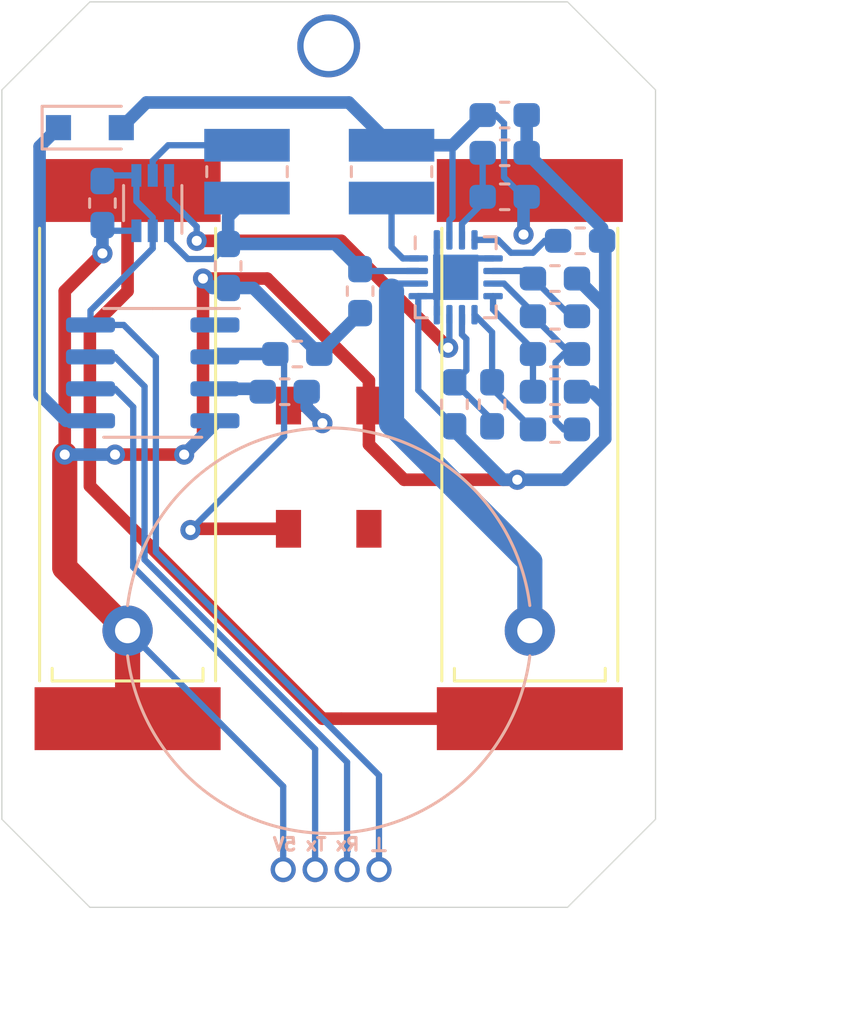
<source format=kicad_pcb>
(kicad_pcb (version 20171130) (host pcbnew "(5.1.9)-1")

  (general
    (thickness 1.6)
    (drawings 10)
    (tracks 215)
    (zones 0)
    (modules 27)
    (nets 25)
  )

  (page A4)
  (layers
    (0 F.Cu signal)
    (31 B.Cu signal)
    (32 B.Adhes user)
    (33 F.Adhes user)
    (34 B.Paste user)
    (35 F.Paste user)
    (36 B.SilkS user)
    (37 F.SilkS user)
    (38 B.Mask user)
    (39 F.Mask user)
    (40 Dwgs.User user)
    (41 Cmts.User user)
    (42 Eco1.User user)
    (43 Eco2.User user)
    (44 Edge.Cuts user)
    (45 Margin user)
    (46 B.CrtYd user)
    (47 F.CrtYd user)
    (48 B.Fab user)
    (49 F.Fab user)
  )

  (setup
    (last_trace_width 0.25)
    (user_trace_width 0.5)
    (trace_clearance 0.2)
    (zone_clearance 0.508)
    (zone_45_only no)
    (trace_min 0.2)
    (via_size 0.8)
    (via_drill 0.4)
    (via_min_size 0.4)
    (via_min_drill 0.3)
    (uvia_size 0.3)
    (uvia_drill 0.1)
    (uvias_allowed no)
    (uvia_min_size 0.2)
    (uvia_min_drill 0.1)
    (edge_width 0.05)
    (segment_width 0.2)
    (pcb_text_width 0.3)
    (pcb_text_size 1.5 1.5)
    (mod_edge_width 0.12)
    (mod_text_size 1 1)
    (mod_text_width 0.15)
    (pad_size 1.8 1.8)
    (pad_drill 0)
    (pad_to_mask_clearance 0.051)
    (solder_mask_min_width 0.25)
    (aux_axis_origin 0 0)
    (visible_elements 7FFFFFFF)
    (pcbplotparams
      (layerselection 0x010fc_ffffffff)
      (usegerberextensions false)
      (usegerberattributes false)
      (usegerberadvancedattributes false)
      (creategerberjobfile false)
      (excludeedgelayer true)
      (linewidth 0.100000)
      (plotframeref false)
      (viasonmask false)
      (mode 1)
      (useauxorigin false)
      (hpglpennumber 1)
      (hpglpenspeed 20)
      (hpglpendiameter 15.000000)
      (psnegative false)
      (psa4output false)
      (plotreference true)
      (plotvalue true)
      (plotinvisibletext false)
      (padsonsilk false)
      (subtractmaskfromsilk false)
      (outputformat 1)
      (mirror false)
      (drillshape 0)
      (scaleselection 1)
      (outputdirectory "gerber/"))
  )

  (net 0 "")
  (net 1 GND)
  (net 2 "Net-(C_ref1-Pad1)")
  (net 3 "Net-(L_boost1-Pad2)")
  (net 4 "Net-(L_bst1-Pad2)")
  (net 5 "Net-(R_oc1-Pad2)")
  (net 6 "Net-(R_ok1-Pad2)")
  (net 7 "Net-(R_ok2-Pad2)")
  (net 8 "Net-(R_ov1-Pad2)")
  (net 9 "Net-(R_uv1-Pad2)")
  (net 10 "Net-(Sol_1-Pad2)")
  (net 11 "Net-(D1-Pad4)")
  (net 12 "Net-(U3-Pad1)")
  (net 13 /Vstor)
  (net 14 /Vsolar)
  (net 15 /Vcc_ATTiny)
  (net 16 "Net-(C_super1-Pad1)")
  (net 17 /Vr_div)
  (net 18 /Vbat_ok)
  (net 19 /Vcc_LED)
  (net 20 /Din_LED)
  (net 21 /Vsolar_measure)
  (net 22 /Rx)
  (net 23 /Tx)
  (net 24 /Data_LED)

  (net_class Default "This is the default net class."
    (clearance 0.2)
    (trace_width 0.25)
    (via_dia 0.8)
    (via_drill 0.4)
    (uvia_dia 0.3)
    (uvia_drill 0.1)
    (add_net /Data_LED)
    (add_net /Din_LED)
    (add_net /Rx)
    (add_net /Tx)
    (add_net /Vbat_ok)
    (add_net /Vcc_ATTiny)
    (add_net /Vcc_LED)
    (add_net /Vr_div)
    (add_net /Vsolar)
    (add_net /Vsolar_measure)
    (add_net /Vstor)
    (add_net GND)
    (add_net "Net-(C_ref1-Pad1)")
    (add_net "Net-(C_super1-Pad1)")
    (add_net "Net-(D1-Pad4)")
    (add_net "Net-(L_boost1-Pad2)")
    (add_net "Net-(L_bst1-Pad2)")
    (add_net "Net-(R_oc1-Pad2)")
    (add_net "Net-(R_ok1-Pad2)")
    (add_net "Net-(R_ok2-Pad2)")
    (add_net "Net-(R_ov1-Pad2)")
    (add_net "Net-(R_uv1-Pad2)")
    (add_net "Net-(Sol_1-Pad2)")
    (add_net "Net-(U3-Pad1)")
  )

  (module own_footprints:KXOB25-05X3F (layer F.Cu) (tedit 60A2DACD) (tstamp 60A18733)
    (at 17 30 270)
    (path /609C8E61)
    (fp_text reference Sol_2 (at 0 0.5 90) (layer F.SilkS) hide
      (effects (font (size 1 1) (thickness 0.15)))
    )
    (fp_text value KXOB25-05X3F (at 0 -0.5 90) (layer F.Fab)
      (effects (font (size 1 1) (thickness 0.15)))
    )
    (fp_line (start 9 -3) (end 8.5 -3) (layer F.SilkS) (width 0.12))
    (fp_line (start 9 3) (end 8.5 3) (layer F.SilkS) (width 0.12))
    (fp_line (start 9 -3) (end 9 3) (layer F.SilkS) (width 0.12))
    (fp_line (start -9 3.5) (end 9 3.5) (layer F.SilkS) (width 0.12))
    (fp_line (start -9 -3.5) (end 9 -3.5) (layer F.SilkS) (width 0.12))
    (pad 2 smd rect (at 10.5 0 270) (size 2.5 7.4) (layers F.Cu F.Paste F.Mask)
      (net 1 GND))
    (pad 1 smd rect (at -10.5 0 270) (size 2.5 7.4) (layers F.Cu F.Paste F.Mask)
      (net 10 "Net-(Sol_1-Pad2)"))
  )

  (module own_footprints:KXOB25-05X3F (layer F.Cu) (tedit 60A2DACD) (tstamp 609F0033)
    (at 33 30 270)
    (path /609C9A98)
    (fp_text reference Sol_1 (at 0 0.5 90) (layer F.SilkS) hide
      (effects (font (size 1 1) (thickness 0.15)))
    )
    (fp_text value KXOB25-05X3F (at 0 0 90) (layer F.Fab)
      (effects (font (size 1 1) (thickness 0.15)))
    )
    (fp_line (start 9 -3) (end 8.5 -3) (layer F.SilkS) (width 0.12))
    (fp_line (start 9 3) (end 8.5 3) (layer F.SilkS) (width 0.12))
    (fp_line (start 9 -3) (end 9 3) (layer F.SilkS) (width 0.12))
    (fp_line (start -9 3.5) (end 9 3.5) (layer F.SilkS) (width 0.12))
    (fp_line (start -9 -3.5) (end 9 -3.5) (layer F.SilkS) (width 0.12))
    (pad 2 smd rect (at 10.5 0 270) (size 2.5 7.4) (layers F.Cu F.Paste F.Mask)
      (net 10 "Net-(Sol_1-Pad2)"))
    (pad 1 smd rect (at -10.5 0 270) (size 2.5 7.4) (layers F.Cu F.Paste F.Mask)
      (net 14 /Vsolar))
  )

  (module Capacitor_SMD:C_0603_1608Metric_Pad1.05x0.95mm_HandSolder (layer B.Cu) (tedit 5B301BBE) (tstamp 609EFEEC)
    (at 21 22.5 270)
    (descr "Capacitor SMD 0603 (1608 Metric), square (rectangular) end terminal, IPC_7351 nominal with elongated pad for handsoldering. (Body size source: http://www.tortai-tech.com/upload/download/2011102023233369053.pdf), generated with kicad-footprint-generator")
    (tags "capacitor handsolder")
    (path /609F0244)
    (attr smd)
    (fp_text reference C_pre_boost1 (at 0 1.43 90) (layer B.SilkS) hide
      (effects (font (size 1 1) (thickness 0.15)) (justify mirror))
    )
    (fp_text value 10uF (at 0 -1.43 90) (layer B.Fab) hide
      (effects (font (size 1 1) (thickness 0.15)) (justify mirror))
    )
    (fp_line (start 1.65 -0.73) (end -1.65 -0.73) (layer B.CrtYd) (width 0.05))
    (fp_line (start 1.65 0.73) (end 1.65 -0.73) (layer B.CrtYd) (width 0.05))
    (fp_line (start -1.65 0.73) (end 1.65 0.73) (layer B.CrtYd) (width 0.05))
    (fp_line (start -1.65 -0.73) (end -1.65 0.73) (layer B.CrtYd) (width 0.05))
    (fp_line (start -0.171267 -0.51) (end 0.171267 -0.51) (layer B.SilkS) (width 0.12))
    (fp_line (start -0.171267 0.51) (end 0.171267 0.51) (layer B.SilkS) (width 0.12))
    (fp_line (start 0.8 -0.4) (end -0.8 -0.4) (layer B.Fab) (width 0.1))
    (fp_line (start 0.8 0.4) (end 0.8 -0.4) (layer B.Fab) (width 0.1))
    (fp_line (start -0.8 0.4) (end 0.8 0.4) (layer B.Fab) (width 0.1))
    (fp_line (start -0.8 -0.4) (end -0.8 0.4) (layer B.Fab) (width 0.1))
    (fp_text user %R (at 0 0 90) (layer B.Fab) hide
      (effects (font (size 0.4 0.4) (thickness 0.06)) (justify mirror))
    )
    (pad 2 smd roundrect (at 0.875 0 270) (size 1.05 0.95) (layers B.Cu B.Paste B.Mask) (roundrect_rratio 0.25)
      (net 1 GND))
    (pad 1 smd roundrect (at -0.875 0 270) (size 1.05 0.95) (layers B.Cu B.Paste B.Mask) (roundrect_rratio 0.25)
      (net 13 /Vstor))
    (model ${KISYS3DMOD}/Capacitor_SMD.3dshapes/C_0603_1608Metric.wrl
      (at (xyz 0 0 0))
      (scale (xyz 1 1 1))
      (rotate (xyz 0 0 0))
    )
  )

  (module Diode_SMD:D_SOD-323_HandSoldering (layer B.Cu) (tedit 58641869) (tstamp 60A33C61)
    (at 15.5 17)
    (descr SOD-323)
    (tags SOD-323)
    (path /60AAB4F1)
    (attr smd)
    (fp_text reference D2 (at 0 1.85 180) (layer B.SilkS) hide
      (effects (font (size 1 1) (thickness 0.15)) (justify mirror))
    )
    (fp_text value DIODE (at 0.1 -1.9 180) (layer B.Fab) hide
      (effects (font (size 1 1) (thickness 0.15)) (justify mirror))
    )
    (fp_line (start -1.9 0.85) (end 1.25 0.85) (layer B.SilkS) (width 0.12))
    (fp_line (start -1.9 -0.85) (end 1.25 -0.85) (layer B.SilkS) (width 0.12))
    (fp_line (start -2 0.95) (end -2 -0.95) (layer B.CrtYd) (width 0.05))
    (fp_line (start -2 -0.95) (end 2 -0.95) (layer B.CrtYd) (width 0.05))
    (fp_line (start 2 0.95) (end 2 -0.95) (layer B.CrtYd) (width 0.05))
    (fp_line (start -2 0.95) (end 2 0.95) (layer B.CrtYd) (width 0.05))
    (fp_line (start -0.9 0.7) (end 0.9 0.7) (layer B.Fab) (width 0.1))
    (fp_line (start 0.9 0.7) (end 0.9 -0.7) (layer B.Fab) (width 0.1))
    (fp_line (start 0.9 -0.7) (end -0.9 -0.7) (layer B.Fab) (width 0.1))
    (fp_line (start -0.9 -0.7) (end -0.9 0.7) (layer B.Fab) (width 0.1))
    (fp_line (start -0.3 0.35) (end -0.3 -0.35) (layer B.Fab) (width 0.1))
    (fp_line (start -0.3 0) (end -0.5 0) (layer B.Fab) (width 0.1))
    (fp_line (start -0.3 0) (end 0.2 0.35) (layer B.Fab) (width 0.1))
    (fp_line (start 0.2 0.35) (end 0.2 -0.35) (layer B.Fab) (width 0.1))
    (fp_line (start 0.2 -0.35) (end -0.3 0) (layer B.Fab) (width 0.1))
    (fp_line (start 0.2 0) (end 0.45 0) (layer B.Fab) (width 0.1))
    (fp_line (start -1.9 0.85) (end -1.9 -0.85) (layer B.SilkS) (width 0.12))
    (fp_text user %R (at 0 1.85 180) (layer B.Fab) hide
      (effects (font (size 1 1) (thickness 0.15)) (justify mirror))
    )
    (pad 2 smd rect (at 1.25 0) (size 1 1) (layers B.Cu B.Paste B.Mask)
      (net 14 /Vsolar))
    (pad 1 smd rect (at -1.25 0) (size 1 1) (layers B.Cu B.Paste B.Mask)
      (net 21 /Vsolar_measure))
    (model ${KISYS3DMOD}/Diode_SMD.3dshapes/D_SOD-323.wrl
      (at (xyz 0 0 0))
      (scale (xyz 1 1 1))
      (rotate (xyz 0 0 0))
    )
  )

  (module Connector_PinHeader_1.27mm:PinHeader_1x04_P1.27mm_Horizontal (layer B.Cu) (tedit 60A234ED) (tstamp 609EFF5E)
    (at 27 46.5 90)
    (descr "Through hole angled pin header, 1x04, 1.27mm pitch, 4.0mm pin length, single row")
    (tags "Through hole angled pin header THT 1x04 1.27mm single row")
    (path /60A1387B)
    (fp_text reference J1 (at 2.4325 1.635 270) (layer B.SilkS) hide
      (effects (font (size 1 1) (thickness 0.15)) (justify mirror))
    )
    (fp_text value Conn_01x04_Female (at 2.4325 -5.445 270) (layer B.Fab) hide
      (effects (font (size 1 1) (thickness 0.15)) (justify mirror))
    )
    (fp_line (start -0.2 0.2) (end -0.2 -0.2) (layer B.Fab) (width 0.1))
    (fp_line (start -0.2 -1.07) (end -0.2 -1.47) (layer B.Fab) (width 0.1))
    (fp_line (start -0.2 -2.34) (end -0.2 -2.74) (layer B.Fab) (width 0.1))
    (fp_line (start -0.2 -3.61) (end -0.2 -4.01) (layer B.Fab) (width 0.1))
    (fp_line (start 0.75 0.25) (end 0.75 -0.25) (layer B.SilkS) (width 0.12))
    (fp_line (start 0.75 0) (end 1.25 0) (layer B.SilkS) (width 0.12))
    (fp_text user 5V (at 1 -3.75 unlocked) (layer B.SilkS)
      (effects (font (size 0.5 0.5) (thickness 0.125)) (justify mirror))
    )
    (fp_text user Tx (at 1 -2.5 unlocked) (layer B.SilkS)
      (effects (font (size 0.5 0.5) (thickness 0.125)) (justify mirror))
    )
    (fp_text user Rx (at 1 -1.25 unlocked) (layer B.SilkS)
      (effects (font (size 0.5 0.5) (thickness 0.125)) (justify mirror))
    )
    (fp_text user %R (at 1 -1.905 180) (layer B.Fab) hide
      (effects (font (size 0.6 0.6) (thickness 0.09)) (justify mirror))
    )
    (pad 1 thru_hole circle (at 0 0 90) (size 1 1) (drill 0.65) (layers *.Cu *.Mask)
      (net 15 /Vcc_ATTiny))
    (pad 2 thru_hole oval (at 0 -1.27 90) (size 1 1) (drill 0.65) (layers *.Cu *.Mask)
      (net 22 /Rx))
    (pad 3 thru_hole oval (at 0 -2.54 90) (size 1 1) (drill 0.65) (layers *.Cu *.Mask)
      (net 23 /Tx))
    (pad 4 thru_hole oval (at 0 -3.81 90) (size 1 1) (drill 0.65) (layers *.Cu *.Mask)
      (net 1 GND))
    (model ${KISYS3DMOD}/Connector_PinHeader_1.27mm.3dshapes/PinHeader_1x04_P1.27mm_Horizontal.wrl
      (at (xyz 0 0 0))
      (scale (xyz 1 1 1))
      (rotate (xyz 0 0 0))
    )
  )

  (module Resistor_SMD:R_0603_1608Metric_Pad1.05x0.95mm_HandSolder (layer B.Cu) (tedit 5B301BBD) (tstamp 609EFFA2)
    (at 32 19.75 180)
    (descr "Resistor SMD 0603 (1608 Metric), square (rectangular) end terminal, IPC_7351 nominal with elongated pad for handsoldering. (Body size source: http://www.tortai-tech.com/upload/download/2011102023233369053.pdf), generated with kicad-footprint-generator")
    (tags "resistor handsolder")
    (path /609D50F7)
    (attr smd)
    (fp_text reference R_oc1 (at 0 1.43) (layer B.SilkS) hide
      (effects (font (size 1 1) (thickness 0.15)) (justify mirror))
    )
    (fp_text value 3.9M (at 0 -1.43) (layer B.Fab) hide
      (effects (font (size 1 1) (thickness 0.15)) (justify mirror))
    )
    (fp_line (start 1.65 -0.73) (end -1.65 -0.73) (layer B.CrtYd) (width 0.05))
    (fp_line (start 1.65 0.73) (end 1.65 -0.73) (layer B.CrtYd) (width 0.05))
    (fp_line (start -1.65 0.73) (end 1.65 0.73) (layer B.CrtYd) (width 0.05))
    (fp_line (start -1.65 -0.73) (end -1.65 0.73) (layer B.CrtYd) (width 0.05))
    (fp_line (start -0.171267 -0.51) (end 0.171267 -0.51) (layer B.SilkS) (width 0.12))
    (fp_line (start -0.171267 0.51) (end 0.171267 0.51) (layer B.SilkS) (width 0.12))
    (fp_line (start 0.8 -0.4) (end -0.8 -0.4) (layer B.Fab) (width 0.1))
    (fp_line (start 0.8 0.4) (end 0.8 -0.4) (layer B.Fab) (width 0.1))
    (fp_line (start -0.8 0.4) (end 0.8 0.4) (layer B.Fab) (width 0.1))
    (fp_line (start -0.8 -0.4) (end -0.8 0.4) (layer B.Fab) (width 0.1))
    (fp_text user %R (at 0 0) (layer B.Fab) hide
      (effects (font (size 0.4 0.4) (thickness 0.06)) (justify mirror))
    )
    (pad 2 smd roundrect (at 0.875 0 180) (size 1.05 0.95) (layers B.Cu B.Paste B.Mask) (roundrect_rratio 0.25)
      (net 5 "Net-(R_oc1-Pad2)"))
    (pad 1 smd roundrect (at -0.875 0 180) (size 1.05 0.95) (layers B.Cu B.Paste B.Mask) (roundrect_rratio 0.25)
      (net 14 /Vsolar))
    (model ${KISYS3DMOD}/Resistor_SMD.3dshapes/R_0603_1608Metric.wrl
      (at (xyz 0 0 0))
      (scale (xyz 1 1 1))
      (rotate (xyz 0 0 0))
    )
  )

  (module Package_SO:SOIC-8_3.9x4.9mm_P1.27mm (layer B.Cu) (tedit 5D9F72B1) (tstamp 604BB6CF)
    (at 18 26.75 180)
    (descr "SOIC, 8 Pin (JEDEC MS-012AA, https://www.analog.com/media/en/package-pcb-resources/package/pkg_pdf/soic_narrow-r/r_8.pdf), generated with kicad-footprint-generator ipc_gullwing_generator.py")
    (tags "SOIC SO")
    (path /604F4615)
    (attr smd)
    (fp_text reference U3 (at 0 3.4) (layer B.SilkS) hide
      (effects (font (size 1 1) (thickness 0.15)) (justify mirror))
    )
    (fp_text value ATtiny85 (at 0 -3.4) (layer B.Fab)
      (effects (font (size 1 1) (thickness 0.15)) (justify mirror))
    )
    (fp_line (start 0 -2.56) (end 1.95 -2.56) (layer B.SilkS) (width 0.12))
    (fp_line (start 0 -2.56) (end -1.95 -2.56) (layer B.SilkS) (width 0.12))
    (fp_line (start 0 2.56) (end 1.95 2.56) (layer B.SilkS) (width 0.12))
    (fp_line (start 0 2.56) (end -3.45 2.56) (layer B.SilkS) (width 0.12))
    (fp_line (start -0.975 2.45) (end 1.95 2.45) (layer B.Fab) (width 0.1))
    (fp_line (start 1.95 2.45) (end 1.95 -2.45) (layer B.Fab) (width 0.1))
    (fp_line (start 1.95 -2.45) (end -1.95 -2.45) (layer B.Fab) (width 0.1))
    (fp_line (start -1.95 -2.45) (end -1.95 1.475) (layer B.Fab) (width 0.1))
    (fp_line (start -1.95 1.475) (end -0.975 2.45) (layer B.Fab) (width 0.1))
    (fp_line (start -3.7 2.7) (end -3.7 -2.7) (layer B.CrtYd) (width 0.05))
    (fp_line (start -3.7 -2.7) (end 3.7 -2.7) (layer B.CrtYd) (width 0.05))
    (fp_line (start 3.7 -2.7) (end 3.7 2.7) (layer B.CrtYd) (width 0.05))
    (fp_line (start 3.7 2.7) (end -3.7 2.7) (layer B.CrtYd) (width 0.05))
    (fp_text user %R (at 0 0) (layer B.Fab)
      (effects (font (size 0.98 0.98) (thickness 0.15)) (justify mirror))
    )
    (pad 8 smd roundrect (at 2.475 1.905 180) (size 1.95 0.6) (layers B.Cu B.Paste B.Mask) (roundrect_rratio 0.25)
      (net 15 /Vcc_ATTiny))
    (pad 7 smd roundrect (at 2.475 0.635 180) (size 1.95 0.6) (layers B.Cu B.Paste B.Mask) (roundrect_rratio 0.25)
      (net 22 /Rx))
    (pad 6 smd roundrect (at 2.475 -0.635 180) (size 1.95 0.6) (layers B.Cu B.Paste B.Mask) (roundrect_rratio 0.25)
      (net 23 /Tx))
    (pad 5 smd roundrect (at 2.475 -1.905 180) (size 1.95 0.6) (layers B.Cu B.Paste B.Mask) (roundrect_rratio 0.25)
      (net 21 /Vsolar_measure))
    (pad 4 smd roundrect (at -2.475 -1.905 180) (size 1.95 0.6) (layers B.Cu B.Paste B.Mask) (roundrect_rratio 0.25)
      (net 1 GND))
    (pad 3 smd roundrect (at -2.475 -0.635 180) (size 1.95 0.6) (layers B.Cu B.Paste B.Mask) (roundrect_rratio 0.25)
      (net 24 /Data_LED))
    (pad 2 smd roundrect (at -2.475 0.635 180) (size 1.95 0.6) (layers B.Cu B.Paste B.Mask) (roundrect_rratio 0.25)
      (net 19 /Vcc_LED))
    (pad 1 smd roundrect (at -2.475 1.905 180) (size 1.95 0.6) (layers B.Cu B.Paste B.Mask) (roundrect_rratio 0.25)
      (net 12 "Net-(U3-Pad1)"))
    (model ${KISYS3DMOD}/Package_SO.3dshapes/SOIC-8_3.9x4.9mm_P1.27mm.wrl
      (at (xyz 0 0 0))
      (scale (xyz 1 1 1))
      (rotate (xyz 0 0 0))
    )
  )

  (module own_footprints:Supercap (layer B.Cu) (tedit 609EA10B) (tstamp 604F2DF0)
    (at 25 37 180)
    (path /6058E241)
    (fp_text reference C_super1 (at 0 -0.5) (layer B.SilkS) hide
      (effects (font (size 1 1) (thickness 0.15)) (justify mirror))
    )
    (fp_text value 640mF (at 0 0.5) (layer B.Fab) hide
      (effects (font (size 1 1) (thickness 0.15)) (justify mirror))
    )
    (fp_arc (start 0 0) (end -7.999999 -0.999999) (angle 165.7499673) (layer B.SilkS) (width 0.12))
    (fp_arc (start 0 0) (end 7.999999 0.999999) (angle 165.7499673) (layer B.SilkS) (width 0.12))
    (pad 2 thru_hole circle (at 8 0 180) (size 2 2) (drill 1) (layers *.Cu *.Mask)
      (net 1 GND))
    (pad 1 thru_hole circle (at -8 0 180) (size 2 2) (drill 1) (layers *.Cu *.Mask)
      (net 16 "Net-(C_super1-Pad1)"))
  )

  (module Package_TO_SOT_SMD:Texas_R-PDSO-G6 (layer B.Cu) (tedit 5A02FF57) (tstamp 609F00A4)
    (at 18 20 90)
    (descr "R-PDSO-G6, http://www.ti.com/lit/ds/slis144b/slis144b.pdf")
    (tags "R-PDSO-G6 SC-70-6")
    (path /609D9F4F)
    (attr smd)
    (fp_text reference U2 (at 0 2 90) (layer B.SilkS) hide
      (effects (font (size 1 1) (thickness 0.15)) (justify mirror))
    )
    (fp_text value TPS61222DCK (at 0 -2 90) (layer B.Fab)
      (effects (font (size 1 1) (thickness 0.15)) (justify mirror))
    )
    (fp_line (start -0.175 1.1) (end -0.675 0.6) (layer B.Fab) (width 0.1))
    (fp_line (start 0.675 -1.1) (end -0.675 -1.1) (layer B.Fab) (width 0.1))
    (fp_line (start 0.675 1.1) (end 0.675 -1.1) (layer B.Fab) (width 0.1))
    (fp_line (start -1.6 -1.4) (end 1.6 -1.4) (layer B.CrtYd) (width 0.05))
    (fp_line (start -0.675 0.6) (end -0.675 -1.1) (layer B.Fab) (width 0.1))
    (fp_line (start 0.675 1.1) (end -0.175 1.1) (layer B.Fab) (width 0.1))
    (fp_line (start -1.6 1.4) (end 1.6 1.4) (layer B.CrtYd) (width 0.05))
    (fp_line (start -1.6 1.4) (end -1.6 -1.4) (layer B.CrtYd) (width 0.05))
    (fp_line (start 1.6 -1.4) (end 1.6 1.4) (layer B.CrtYd) (width 0.05))
    (fp_line (start -0.7 -1.16) (end 0.7 -1.16) (layer B.SilkS) (width 0.12))
    (fp_line (start 0.7 1.16) (end -1.2 1.16) (layer B.SilkS) (width 0.12))
    (fp_text user %R (at 0 0 180) (layer B.Fab)
      (effects (font (size 0.5 0.5) (thickness 0.075)) (justify mirror))
    )
    (pad 6 smd rect (at 1.1 0.65 90) (size 0.9 0.4) (layers B.Cu B.Paste B.Mask)
      (net 18 /Vbat_ok))
    (pad 4 smd rect (at 1.1 -0.65 90) (size 0.9 0.4) (layers B.Cu B.Paste B.Mask)
      (net 15 /Vcc_ATTiny))
    (pad 2 smd rect (at -1.1 0 90) (size 0.9 0.4) (layers B.Cu B.Paste B.Mask)
      (net 15 /Vcc_ATTiny))
    (pad 5 smd rect (at 1.1 0 90) (size 0.9 0.4) (layers B.Cu B.Paste B.Mask)
      (net 3 "Net-(L_boost1-Pad2)"))
    (pad 3 smd rect (at -1.1 -0.65 90) (size 0.9 0.4) (layers B.Cu B.Paste B.Mask)
      (net 1 GND))
    (pad 1 smd rect (at -1.1 0.65 90) (size 0.9 0.4) (layers B.Cu B.Paste B.Mask)
      (net 13 /Vstor))
    (model ${KISYS3DMOD}/Package_TO_SOT_SMD.3dshapes/SOT-363_SC-70-6.wrl
      (at (xyz 0 0 0))
      (scale (xyz 1 1 1))
      (rotate (xyz 0 0 0))
    )
  )

  (module Resistor_SMD:R_0603_1608Metric_Pad1.05x0.95mm_HandSolder (layer B.Cu) (tedit 5B301BBD) (tstamp 609F0008)
    (at 34 23)
    (descr "Resistor SMD 0603 (1608 Metric), square (rectangular) end terminal, IPC_7351 nominal with elongated pad for handsoldering. (Body size source: http://www.tortai-tech.com/upload/download/2011102023233369053.pdf), generated with kicad-footprint-generator")
    (tags "resistor handsolder")
    (path /60A5234E)
    (attr smd)
    (fp_text reference R_ov2 (at 0 1.43) (layer B.SilkS) hide
      (effects (font (size 1 1) (thickness 0.15)) (justify mirror))
    )
    (fp_text value 3.3M (at 0 -1.43) (layer B.Fab) hide
      (effects (font (size 1 1) (thickness 0.15)) (justify mirror))
    )
    (fp_line (start 1.65 -0.73) (end -1.65 -0.73) (layer B.CrtYd) (width 0.05))
    (fp_line (start 1.65 0.73) (end 1.65 -0.73) (layer B.CrtYd) (width 0.05))
    (fp_line (start -1.65 0.73) (end 1.65 0.73) (layer B.CrtYd) (width 0.05))
    (fp_line (start -1.65 -0.73) (end -1.65 0.73) (layer B.CrtYd) (width 0.05))
    (fp_line (start -0.171267 -0.51) (end 0.171267 -0.51) (layer B.SilkS) (width 0.12))
    (fp_line (start -0.171267 0.51) (end 0.171267 0.51) (layer B.SilkS) (width 0.12))
    (fp_line (start 0.8 -0.4) (end -0.8 -0.4) (layer B.Fab) (width 0.1))
    (fp_line (start 0.8 0.4) (end 0.8 -0.4) (layer B.Fab) (width 0.1))
    (fp_line (start -0.8 0.4) (end 0.8 0.4) (layer B.Fab) (width 0.1))
    (fp_line (start -0.8 -0.4) (end -0.8 0.4) (layer B.Fab) (width 0.1))
    (fp_text user %R (at 0 0) (layer B.Fab) hide
      (effects (font (size 0.4 0.4) (thickness 0.06)) (justify mirror))
    )
    (pad 2 smd roundrect (at 0.875 0) (size 1.05 0.95) (layers B.Cu B.Paste B.Mask) (roundrect_rratio 0.25)
      (net 1 GND))
    (pad 1 smd roundrect (at -0.875 0) (size 1.05 0.95) (layers B.Cu B.Paste B.Mask) (roundrect_rratio 0.25)
      (net 8 "Net-(R_ov1-Pad2)"))
    (model ${KISYS3DMOD}/Resistor_SMD.3dshapes/R_0603_1608Metric.wrl
      (at (xyz 0 0 0))
      (scale (xyz 1 1 1))
      (rotate (xyz 0 0 0))
    )
  )

  (module LED_SMD:LED_SK6812_PLCC4_5.0x5.0mm_P3.2mm (layer F.Cu) (tedit 609EAFC5) (tstamp 604BB663)
    (at 25 30.5 90)
    (descr https://cdn-shop.adafruit.com/product-files/1138/SK6812+LED+datasheet+.pdf)
    (tags "LED RGB NeoPixel")
    (path /604F2786)
    (attr smd)
    (fp_text reference D1 (at 0 -3.5 90) (layer F.SilkS) hide
      (effects (font (size 1 1) (thickness 0.15)))
    )
    (fp_text value SK6812 (at 0 4 90) (layer F.Fab)
      (effects (font (size 1 1) (thickness 0.15)))
    )
    (fp_circle (center 0 0) (end 0 -2) (layer F.Fab) (width 0.1))
    (fp_line (start 2.5 -2.5) (end -2.5 -2.5) (layer F.Fab) (width 0.1))
    (fp_line (start 2.5 2.5) (end 2.5 -2.5) (layer F.Fab) (width 0.1))
    (fp_line (start -2.5 2.5) (end 2.5 2.5) (layer F.Fab) (width 0.1))
    (fp_line (start -2.5 -2.5) (end -2.5 2.5) (layer F.Fab) (width 0.1))
    (fp_line (start 2.5 1.5) (end 1.5 2.5) (layer F.Fab) (width 0.1))
    (fp_line (start -3.45 -2.75) (end -3.45 2.75) (layer F.CrtYd) (width 0.05))
    (fp_line (start -3.45 2.75) (end 3.45 2.75) (layer F.CrtYd) (width 0.05))
    (fp_line (start 3.45 2.75) (end 3.45 -2.75) (layer F.CrtYd) (width 0.05))
    (fp_line (start 3.45 -2.75) (end -3.45 -2.75) (layer F.CrtYd) (width 0.05))
    (fp_text user %R (at 0 0 90) (layer F.Fab)
      (effects (font (size 0.8 0.8) (thickness 0.15)))
    )
    (pad 1 smd rect (at 2.45 1.6 90) (size 1.5 1) (layers F.Cu F.Paste F.Mask)
      (net 1 GND))
    (pad 2 smd rect (at 2.45 -1.6 90) (size 1.5 1) (layers F.Cu F.Paste F.Mask)
      (net 20 /Din_LED))
    (pad 4 smd rect (at -2.45 1.6 90) (size 1.5 1) (layers F.Cu F.Paste F.Mask)
      (net 11 "Net-(D1-Pad4)"))
    (pad 3 smd rect (at -2.45 -1.6 90) (size 1.5 1) (layers F.Cu F.Paste F.Mask)
      (net 19 /Vcc_LED))
    (model ${KISYS3DMOD}/LED_SMD.3dshapes/LED_SK6812_PLCC4_5.0x5.0mm_P3.2mm.wrl
      (at (xyz 0 0 0))
      (scale (xyz 1 1 1))
      (rotate (xyz 0 0 0))
    )
  )

  (module Resistor_SMD:R_0603_1608Metric_Pad1.05x0.95mm_HandSolder (layer B.Cu) (tedit 5B301BBD) (tstamp 609F002A)
    (at 34 27.5)
    (descr "Resistor SMD 0603 (1608 Metric), square (rectangular) end terminal, IPC_7351 nominal with elongated pad for handsoldering. (Body size source: http://www.tortai-tech.com/upload/download/2011102023233369053.pdf), generated with kicad-footprint-generator")
    (tags "resistor handsolder")
    (path /60A528F0)
    (attr smd)
    (fp_text reference R_uv2 (at 0 1.43) (layer B.SilkS) hide
      (effects (font (size 1 1) (thickness 0.15)) (justify mirror))
    )
    (fp_text value 8.2M (at 0 -1.43) (layer B.Fab)
      (effects (font (size 1 1) (thickness 0.15)) (justify mirror))
    )
    (fp_line (start 1.65 -0.73) (end -1.65 -0.73) (layer B.CrtYd) (width 0.05))
    (fp_line (start 1.65 0.73) (end 1.65 -0.73) (layer B.CrtYd) (width 0.05))
    (fp_line (start -1.65 0.73) (end 1.65 0.73) (layer B.CrtYd) (width 0.05))
    (fp_line (start -1.65 -0.73) (end -1.65 0.73) (layer B.CrtYd) (width 0.05))
    (fp_line (start -0.171267 -0.51) (end 0.171267 -0.51) (layer B.SilkS) (width 0.12))
    (fp_line (start -0.171267 0.51) (end 0.171267 0.51) (layer B.SilkS) (width 0.12))
    (fp_line (start 0.8 -0.4) (end -0.8 -0.4) (layer B.Fab) (width 0.1))
    (fp_line (start 0.8 0.4) (end 0.8 -0.4) (layer B.Fab) (width 0.1))
    (fp_line (start -0.8 0.4) (end 0.8 0.4) (layer B.Fab) (width 0.1))
    (fp_line (start -0.8 -0.4) (end -0.8 0.4) (layer B.Fab) (width 0.1))
    (fp_text user %R (at 0 0) (layer B.Fab)
      (effects (font (size 0.4 0.4) (thickness 0.06)) (justify mirror))
    )
    (pad 2 smd roundrect (at 0.875 0) (size 1.05 0.95) (layers B.Cu B.Paste B.Mask) (roundrect_rratio 0.25)
      (net 1 GND))
    (pad 1 smd roundrect (at -0.875 0) (size 1.05 0.95) (layers B.Cu B.Paste B.Mask) (roundrect_rratio 0.25)
      (net 9 "Net-(R_uv1-Pad2)"))
    (model ${KISYS3DMOD}/Resistor_SMD.3dshapes/R_0603_1608Metric.wrl
      (at (xyz 0 0 0))
      (scale (xyz 1 1 1))
      (rotate (xyz 0 0 0))
    )
  )

  (module Resistor_SMD:R_0603_1608Metric_Pad1.05x0.95mm_HandSolder (layer B.Cu) (tedit 5B301BBD) (tstamp 609F0019)
    (at 34 26 180)
    (descr "Resistor SMD 0603 (1608 Metric), square (rectangular) end terminal, IPC_7351 nominal with elongated pad for handsoldering. (Body size source: http://www.tortai-tech.com/upload/download/2011102023233369053.pdf), generated with kicad-footprint-generator")
    (tags "resistor handsolder")
    (path /60A52DB8)
    (attr smd)
    (fp_text reference R_uv1 (at 0 1.43) (layer B.SilkS) hide
      (effects (font (size 1 1) (thickness 0.15)) (justify mirror))
    )
    (fp_text value 1.6M (at 0 -1.43) (layer B.Fab)
      (effects (font (size 1 1) (thickness 0.15)) (justify mirror))
    )
    (fp_line (start 1.65 -0.73) (end -1.65 -0.73) (layer B.CrtYd) (width 0.05))
    (fp_line (start 1.65 0.73) (end 1.65 -0.73) (layer B.CrtYd) (width 0.05))
    (fp_line (start -1.65 0.73) (end 1.65 0.73) (layer B.CrtYd) (width 0.05))
    (fp_line (start -1.65 -0.73) (end -1.65 0.73) (layer B.CrtYd) (width 0.05))
    (fp_line (start -0.171267 -0.51) (end 0.171267 -0.51) (layer B.SilkS) (width 0.12))
    (fp_line (start -0.171267 0.51) (end 0.171267 0.51) (layer B.SilkS) (width 0.12))
    (fp_line (start 0.8 -0.4) (end -0.8 -0.4) (layer B.Fab) (width 0.1))
    (fp_line (start 0.8 0.4) (end 0.8 -0.4) (layer B.Fab) (width 0.1))
    (fp_line (start -0.8 0.4) (end 0.8 0.4) (layer B.Fab) (width 0.1))
    (fp_line (start -0.8 -0.4) (end -0.8 0.4) (layer B.Fab) (width 0.1))
    (fp_text user %R (at 0 0) (layer B.Fab)
      (effects (font (size 0.4 0.4) (thickness 0.06)) (justify mirror))
    )
    (pad 2 smd roundrect (at 0.875 0 180) (size 1.05 0.95) (layers B.Cu B.Paste B.Mask) (roundrect_rratio 0.25)
      (net 9 "Net-(R_uv1-Pad2)"))
    (pad 1 smd roundrect (at -0.875 0 180) (size 1.05 0.95) (layers B.Cu B.Paste B.Mask) (roundrect_rratio 0.25)
      (net 17 /Vr_div))
    (model ${KISYS3DMOD}/Resistor_SMD.3dshapes/R_0603_1608Metric.wrl
      (at (xyz 0 0 0))
      (scale (xyz 1 1 1))
      (rotate (xyz 0 0 0))
    )
  )

  (module Resistor_SMD:R_0603_1608Metric_Pad1.05x0.95mm_HandSolder (layer B.Cu) (tedit 5B301BBD) (tstamp 609EFFF7)
    (at 34 24.5)
    (descr "Resistor SMD 0603 (1608 Metric), square (rectangular) end terminal, IPC_7351 nominal with elongated pad for handsoldering. (Body size source: http://www.tortai-tech.com/upload/download/2011102023233369053.pdf), generated with kicad-footprint-generator")
    (tags "resistor handsolder")
    (path /60A51EC7)
    (attr smd)
    (fp_text reference R_ov1 (at 0 1.43) (layer B.SilkS) hide
      (effects (font (size 1 1) (thickness 0.15)) (justify mirror))
    )
    (fp_text value 6.2M (at 0 -1.43) (layer B.Fab) hide
      (effects (font (size 1 1) (thickness 0.15)) (justify mirror))
    )
    (fp_line (start 1.65 -0.73) (end -1.65 -0.73) (layer B.CrtYd) (width 0.05))
    (fp_line (start 1.65 0.73) (end 1.65 -0.73) (layer B.CrtYd) (width 0.05))
    (fp_line (start -1.65 0.73) (end 1.65 0.73) (layer B.CrtYd) (width 0.05))
    (fp_line (start -1.65 -0.73) (end -1.65 0.73) (layer B.CrtYd) (width 0.05))
    (fp_line (start -0.171267 -0.51) (end 0.171267 -0.51) (layer B.SilkS) (width 0.12))
    (fp_line (start -0.171267 0.51) (end 0.171267 0.51) (layer B.SilkS) (width 0.12))
    (fp_line (start 0.8 -0.4) (end -0.8 -0.4) (layer B.Fab) (width 0.1))
    (fp_line (start 0.8 0.4) (end 0.8 -0.4) (layer B.Fab) (width 0.1))
    (fp_line (start -0.8 0.4) (end 0.8 0.4) (layer B.Fab) (width 0.1))
    (fp_line (start -0.8 -0.4) (end -0.8 0.4) (layer B.Fab) (width 0.1))
    (fp_text user %R (at 0 0) (layer B.Fab) hide
      (effects (font (size 0.4 0.4) (thickness 0.06)) (justify mirror))
    )
    (pad 2 smd roundrect (at 0.875 0) (size 1.05 0.95) (layers B.Cu B.Paste B.Mask) (roundrect_rratio 0.25)
      (net 8 "Net-(R_ov1-Pad2)"))
    (pad 1 smd roundrect (at -0.875 0) (size 1.05 0.95) (layers B.Cu B.Paste B.Mask) (roundrect_rratio 0.25)
      (net 17 /Vr_div))
    (model ${KISYS3DMOD}/Resistor_SMD.3dshapes/R_0603_1608Metric.wrl
      (at (xyz 0 0 0))
      (scale (xyz 1 1 1))
      (rotate (xyz 0 0 0))
    )
  )

  (module Resistor_SMD:R_0603_1608Metric_Pad1.05x0.95mm_HandSolder (layer B.Cu) (tedit 5B301BBD) (tstamp 609EFFE6)
    (at 30 28 270)
    (descr "Resistor SMD 0603 (1608 Metric), square (rectangular) end terminal, IPC_7351 nominal with elongated pad for handsoldering. (Body size source: http://www.tortai-tech.com/upload/download/2011102023233369053.pdf), generated with kicad-footprint-generator")
    (tags "resistor handsolder")
    (path /60A15444)
    (attr smd)
    (fp_text reference R_ok3 (at 0 1.43 90) (layer B.SilkS) hide
      (effects (font (size 1 1) (thickness 0.15)) (justify mirror))
    )
    (fp_text value 6.2M (at 0 -1.43 90) (layer B.Fab) hide
      (effects (font (size 1 1) (thickness 0.15)) (justify mirror))
    )
    (fp_line (start 1.65 -0.73) (end -1.65 -0.73) (layer B.CrtYd) (width 0.05))
    (fp_line (start 1.65 0.73) (end 1.65 -0.73) (layer B.CrtYd) (width 0.05))
    (fp_line (start -1.65 0.73) (end 1.65 0.73) (layer B.CrtYd) (width 0.05))
    (fp_line (start -1.65 -0.73) (end -1.65 0.73) (layer B.CrtYd) (width 0.05))
    (fp_line (start -0.171267 -0.51) (end 0.171267 -0.51) (layer B.SilkS) (width 0.12))
    (fp_line (start -0.171267 0.51) (end 0.171267 0.51) (layer B.SilkS) (width 0.12))
    (fp_line (start 0.8 -0.4) (end -0.8 -0.4) (layer B.Fab) (width 0.1))
    (fp_line (start 0.8 0.4) (end 0.8 -0.4) (layer B.Fab) (width 0.1))
    (fp_line (start -0.8 0.4) (end 0.8 0.4) (layer B.Fab) (width 0.1))
    (fp_line (start -0.8 -0.4) (end -0.8 0.4) (layer B.Fab) (width 0.1))
    (fp_text user %R (at 0 0 90) (layer B.Fab) hide
      (effects (font (size 0.4 0.4) (thickness 0.06)) (justify mirror))
    )
    (pad 2 smd roundrect (at 0.875 0 270) (size 1.05 0.95) (layers B.Cu B.Paste B.Mask) (roundrect_rratio 0.25)
      (net 1 GND))
    (pad 1 smd roundrect (at -0.875 0 270) (size 1.05 0.95) (layers B.Cu B.Paste B.Mask) (roundrect_rratio 0.25)
      (net 7 "Net-(R_ok2-Pad2)"))
    (model ${KISYS3DMOD}/Resistor_SMD.3dshapes/R_0603_1608Metric.wrl
      (at (xyz 0 0 0))
      (scale (xyz 1 1 1))
      (rotate (xyz 0 0 0))
    )
  )

  (module Resistor_SMD:R_0603_1608Metric_Pad1.05x0.95mm_HandSolder (layer B.Cu) (tedit 5B301BBD) (tstamp 609EFFD5)
    (at 31.5 28 270)
    (descr "Resistor SMD 0603 (1608 Metric), square (rectangular) end terminal, IPC_7351 nominal with elongated pad for handsoldering. (Body size source: http://www.tortai-tech.com/upload/download/2011102023233369053.pdf), generated with kicad-footprint-generator")
    (tags "resistor handsolder")
    (path /60A15932)
    (attr smd)
    (fp_text reference R_ok2 (at 0 1.43 90) (layer B.SilkS) hide
      (effects (font (size 1 1) (thickness 0.15)) (justify mirror))
    )
    (fp_text value 1.6M (at 0 -1.43 90) (layer B.Fab) hide
      (effects (font (size 1 1) (thickness 0.15)) (justify mirror))
    )
    (fp_line (start 1.65 -0.73) (end -1.65 -0.73) (layer B.CrtYd) (width 0.05))
    (fp_line (start 1.65 0.73) (end 1.65 -0.73) (layer B.CrtYd) (width 0.05))
    (fp_line (start -1.65 0.73) (end 1.65 0.73) (layer B.CrtYd) (width 0.05))
    (fp_line (start -1.65 -0.73) (end -1.65 0.73) (layer B.CrtYd) (width 0.05))
    (fp_line (start -0.171267 -0.51) (end 0.171267 -0.51) (layer B.SilkS) (width 0.12))
    (fp_line (start -0.171267 0.51) (end 0.171267 0.51) (layer B.SilkS) (width 0.12))
    (fp_line (start 0.8 -0.4) (end -0.8 -0.4) (layer B.Fab) (width 0.1))
    (fp_line (start 0.8 0.4) (end 0.8 -0.4) (layer B.Fab) (width 0.1))
    (fp_line (start -0.8 0.4) (end 0.8 0.4) (layer B.Fab) (width 0.1))
    (fp_line (start -0.8 -0.4) (end -0.8 0.4) (layer B.Fab) (width 0.1))
    (fp_text user %R (at 0 0 90) (layer B.Fab) hide
      (effects (font (size 0.4 0.4) (thickness 0.06)) (justify mirror))
    )
    (pad 2 smd roundrect (at 0.875 0 270) (size 1.05 0.95) (layers B.Cu B.Paste B.Mask) (roundrect_rratio 0.25)
      (net 7 "Net-(R_ok2-Pad2)"))
    (pad 1 smd roundrect (at -0.875 0 270) (size 1.05 0.95) (layers B.Cu B.Paste B.Mask) (roundrect_rratio 0.25)
      (net 6 "Net-(R_ok1-Pad2)"))
    (model ${KISYS3DMOD}/Resistor_SMD.3dshapes/R_0603_1608Metric.wrl
      (at (xyz 0 0 0))
      (scale (xyz 1 1 1))
      (rotate (xyz 0 0 0))
    )
  )

  (module Resistor_SMD:R_0603_1608Metric_Pad1.05x0.95mm_HandSolder (layer B.Cu) (tedit 5B301BBD) (tstamp 609EFFC4)
    (at 34 29 180)
    (descr "Resistor SMD 0603 (1608 Metric), square (rectangular) end terminal, IPC_7351 nominal with elongated pad for handsoldering. (Body size source: http://www.tortai-tech.com/upload/download/2011102023233369053.pdf), generated with kicad-footprint-generator")
    (tags "resistor handsolder")
    (path /60A15D6C)
    (attr smd)
    (fp_text reference R_ok1 (at 0 1.43) (layer B.SilkS) hide
      (effects (font (size 1 1) (thickness 0.15)) (justify mirror))
    )
    (fp_text value 2.4M (at 0 -1.43) (layer B.Fab) hide
      (effects (font (size 1 1) (thickness 0.15)) (justify mirror))
    )
    (fp_line (start 1.65 -0.73) (end -1.65 -0.73) (layer B.CrtYd) (width 0.05))
    (fp_line (start 1.65 0.73) (end 1.65 -0.73) (layer B.CrtYd) (width 0.05))
    (fp_line (start -1.65 0.73) (end 1.65 0.73) (layer B.CrtYd) (width 0.05))
    (fp_line (start -1.65 -0.73) (end -1.65 0.73) (layer B.CrtYd) (width 0.05))
    (fp_line (start -0.171267 -0.51) (end 0.171267 -0.51) (layer B.SilkS) (width 0.12))
    (fp_line (start -0.171267 0.51) (end 0.171267 0.51) (layer B.SilkS) (width 0.12))
    (fp_line (start 0.8 -0.4) (end -0.8 -0.4) (layer B.Fab) (width 0.1))
    (fp_line (start 0.8 0.4) (end 0.8 -0.4) (layer B.Fab) (width 0.1))
    (fp_line (start -0.8 0.4) (end 0.8 0.4) (layer B.Fab) (width 0.1))
    (fp_line (start -0.8 -0.4) (end -0.8 0.4) (layer B.Fab) (width 0.1))
    (fp_text user %R (at 0 0) (layer B.Fab) hide
      (effects (font (size 0.4 0.4) (thickness 0.06)) (justify mirror))
    )
    (pad 2 smd roundrect (at 0.875 0 180) (size 1.05 0.95) (layers B.Cu B.Paste B.Mask) (roundrect_rratio 0.25)
      (net 6 "Net-(R_ok1-Pad2)"))
    (pad 1 smd roundrect (at -0.875 0 180) (size 1.05 0.95) (layers B.Cu B.Paste B.Mask) (roundrect_rratio 0.25)
      (net 17 /Vr_div))
    (model ${KISYS3DMOD}/Resistor_SMD.3dshapes/R_0603_1608Metric.wrl
      (at (xyz 0 0 0))
      (scale (xyz 1 1 1))
      (rotate (xyz 0 0 0))
    )
  )

  (module Resistor_SMD:R_0603_1608Metric_Pad1.05x0.95mm_HandSolder (layer B.Cu) (tedit 5B301BBD) (tstamp 609EFFB3)
    (at 32 18)
    (descr "Resistor SMD 0603 (1608 Metric), square (rectangular) end terminal, IPC_7351 nominal with elongated pad for handsoldering. (Body size source: http://www.tortai-tech.com/upload/download/2011102023233369053.pdf), generated with kicad-footprint-generator")
    (tags "resistor handsolder")
    (path /609D577E)
    (attr smd)
    (fp_text reference R_oc2 (at 0 1.43) (layer B.SilkS) hide
      (effects (font (size 1 1) (thickness 0.15)) (justify mirror))
    )
    (fp_text value 6.2M (at 0 -1.43) (layer B.Fab) hide
      (effects (font (size 1 1) (thickness 0.15)) (justify mirror))
    )
    (fp_line (start 1.65 -0.73) (end -1.65 -0.73) (layer B.CrtYd) (width 0.05))
    (fp_line (start 1.65 0.73) (end 1.65 -0.73) (layer B.CrtYd) (width 0.05))
    (fp_line (start -1.65 0.73) (end 1.65 0.73) (layer B.CrtYd) (width 0.05))
    (fp_line (start -1.65 -0.73) (end -1.65 0.73) (layer B.CrtYd) (width 0.05))
    (fp_line (start -0.171267 -0.51) (end 0.171267 -0.51) (layer B.SilkS) (width 0.12))
    (fp_line (start -0.171267 0.51) (end 0.171267 0.51) (layer B.SilkS) (width 0.12))
    (fp_line (start 0.8 -0.4) (end -0.8 -0.4) (layer B.Fab) (width 0.1))
    (fp_line (start 0.8 0.4) (end 0.8 -0.4) (layer B.Fab) (width 0.1))
    (fp_line (start -0.8 0.4) (end 0.8 0.4) (layer B.Fab) (width 0.1))
    (fp_line (start -0.8 -0.4) (end -0.8 0.4) (layer B.Fab) (width 0.1))
    (fp_text user %R (at 0 0) (layer B.Fab) hide
      (effects (font (size 0.4 0.4) (thickness 0.06)) (justify mirror))
    )
    (pad 2 smd roundrect (at 0.875 0) (size 1.05 0.95) (layers B.Cu B.Paste B.Mask) (roundrect_rratio 0.25)
      (net 1 GND))
    (pad 1 smd roundrect (at -0.875 0) (size 1.05 0.95) (layers B.Cu B.Paste B.Mask) (roundrect_rratio 0.25)
      (net 5 "Net-(R_oc1-Pad2)"))
    (model ${KISYS3DMOD}/Resistor_SMD.3dshapes/R_0603_1608Metric.wrl
      (at (xyz 0 0 0))
      (scale (xyz 1 1 1))
      (rotate (xyz 0 0 0))
    )
  )

  (module Resistor_SMD:R_0603_1608Metric_Pad1.05x0.95mm_HandSolder (layer B.Cu) (tedit 5B301BBD) (tstamp 609EFF91)
    (at 23.25 27.5 180)
    (descr "Resistor SMD 0603 (1608 Metric), square (rectangular) end terminal, IPC_7351 nominal with elongated pad for handsoldering. (Body size source: http://www.tortai-tech.com/upload/download/2011102023233369053.pdf), generated with kicad-footprint-generator")
    (tags "resistor handsolder")
    (path /60A307A3)
    (attr smd)
    (fp_text reference R_data1 (at 0 1.43) (layer B.SilkS) hide
      (effects (font (size 1 1) (thickness 0.15)) (justify mirror))
    )
    (fp_text value 500 (at 0 -1.43) (layer B.Fab) hide
      (effects (font (size 1 1) (thickness 0.15)) (justify mirror))
    )
    (fp_line (start 1.65 -0.73) (end -1.65 -0.73) (layer B.CrtYd) (width 0.05))
    (fp_line (start 1.65 0.73) (end 1.65 -0.73) (layer B.CrtYd) (width 0.05))
    (fp_line (start -1.65 0.73) (end 1.65 0.73) (layer B.CrtYd) (width 0.05))
    (fp_line (start -1.65 -0.73) (end -1.65 0.73) (layer B.CrtYd) (width 0.05))
    (fp_line (start -0.171267 -0.51) (end 0.171267 -0.51) (layer B.SilkS) (width 0.12))
    (fp_line (start -0.171267 0.51) (end 0.171267 0.51) (layer B.SilkS) (width 0.12))
    (fp_line (start 0.8 -0.4) (end -0.8 -0.4) (layer B.Fab) (width 0.1))
    (fp_line (start 0.8 0.4) (end 0.8 -0.4) (layer B.Fab) (width 0.1))
    (fp_line (start -0.8 0.4) (end 0.8 0.4) (layer B.Fab) (width 0.1))
    (fp_line (start -0.8 -0.4) (end -0.8 0.4) (layer B.Fab) (width 0.1))
    (fp_text user %R (at 0 0) (layer B.Fab) hide
      (effects (font (size 0.4 0.4) (thickness 0.06)) (justify mirror))
    )
    (pad 2 smd roundrect (at 0.875 0 180) (size 1.05 0.95) (layers B.Cu B.Paste B.Mask) (roundrect_rratio 0.25)
      (net 24 /Data_LED))
    (pad 1 smd roundrect (at -0.875 0 180) (size 1.05 0.95) (layers B.Cu B.Paste B.Mask) (roundrect_rratio 0.25)
      (net 20 /Din_LED))
    (model ${KISYS3DMOD}/Resistor_SMD.3dshapes/R_0603_1608Metric.wrl
      (at (xyz 0 0 0))
      (scale (xyz 1 1 1))
      (rotate (xyz 0 0 0))
    )
  )

  (module Inductor_SMD:L_Wuerth_MAPI-3015 (layer B.Cu) (tedit 5990349D) (tstamp 609EFF80)
    (at 27.5 18.75 270)
    (descr "Inductor, Wuerth Elektronik, Wuerth_MAPI-3015, 3.0mmx3.0mm")
    (tags "inductor Wuerth smd")
    (path /609CFCA3)
    (attr smd)
    (fp_text reference L_bst1 (at 0 2.7 90) (layer B.SilkS) hide
      (effects (font (size 1 1) (thickness 0.15)) (justify mirror))
    )
    (fp_text value 22uH (at 0 -3.2 90) (layer B.Fab)
      (effects (font (size 1 1) (thickness 0.15)) (justify mirror))
    )
    (fp_line (start -0.2 -1.6) (end 0.2 -1.6) (layer B.SilkS) (width 0.12))
    (fp_line (start -0.2 1.6) (end 0.2 1.6) (layer B.SilkS) (width 0.12))
    (fp_line (start 2 2) (end -2 2) (layer B.CrtYd) (width 0.05))
    (fp_line (start 2 -2) (end 2 2) (layer B.CrtYd) (width 0.05))
    (fp_line (start -2 -2) (end 2 -2) (layer B.CrtYd) (width 0.05))
    (fp_line (start -2 2) (end -2 -2) (layer B.CrtYd) (width 0.05))
    (fp_line (start 1.5 1.5) (end -1.5 1.5) (layer B.Fab) (width 0.1))
    (fp_line (start 1.5 -1.5) (end 1.5 1.5) (layer B.Fab) (width 0.1))
    (fp_line (start -1.5 -1.5) (end 1.5 -1.5) (layer B.Fab) (width 0.1))
    (fp_line (start -1.5 1.5) (end -1.5 -1.5) (layer B.Fab) (width 0.1))
    (fp_text user %R (at 0 0 90) (layer B.Fab)
      (effects (font (size 0.7 0.7) (thickness 0.105)) (justify mirror))
    )
    (pad 2 smd rect (at 1.05 0 270) (size 1.3 3.4) (layers B.Cu B.Paste B.Mask)
      (net 4 "Net-(L_bst1-Pad2)"))
    (pad 1 smd rect (at -1.05 0 270) (size 1.3 3.4) (layers B.Cu B.Paste B.Mask)
      (net 14 /Vsolar))
    (model ${KISYS3DMOD}/Inductor_SMD.3dshapes/L_Wuerth_MAPI-3015.wrl
      (at (xyz 0 0 0))
      (scale (xyz 1 1 1))
      (rotate (xyz 0 0 0))
    )
  )

  (module Inductor_SMD:L_Wuerth_MAPI-3015 (layer B.Cu) (tedit 5990349D) (tstamp 609EFF6F)
    (at 21.75 18.75 90)
    (descr "Inductor, Wuerth Elektronik, Wuerth_MAPI-3015, 3.0mmx3.0mm")
    (tags "inductor Wuerth smd")
    (path /60A0F419)
    (attr smd)
    (fp_text reference L_boost1 (at 0 2.7 90) (layer B.SilkS) hide
      (effects (font (size 1 1) (thickness 0.15)) (justify mirror))
    )
    (fp_text value 4.7uH (at 0 -3.2 90) (layer B.Fab) hide
      (effects (font (size 1 1) (thickness 0.15)) (justify mirror))
    )
    (fp_line (start -0.2 -1.6) (end 0.2 -1.6) (layer B.SilkS) (width 0.12))
    (fp_line (start -0.2 1.6) (end 0.2 1.6) (layer B.SilkS) (width 0.12))
    (fp_line (start 2 2) (end -2 2) (layer B.CrtYd) (width 0.05))
    (fp_line (start 2 -2) (end 2 2) (layer B.CrtYd) (width 0.05))
    (fp_line (start -2 -2) (end 2 -2) (layer B.CrtYd) (width 0.05))
    (fp_line (start -2 2) (end -2 -2) (layer B.CrtYd) (width 0.05))
    (fp_line (start 1.5 1.5) (end -1.5 1.5) (layer B.Fab) (width 0.1))
    (fp_line (start 1.5 -1.5) (end 1.5 1.5) (layer B.Fab) (width 0.1))
    (fp_line (start -1.5 -1.5) (end 1.5 -1.5) (layer B.Fab) (width 0.1))
    (fp_line (start -1.5 1.5) (end -1.5 -1.5) (layer B.Fab) (width 0.1))
    (fp_text user %R (at 0 0 90) (layer B.Fab) hide
      (effects (font (size 0.7 0.7) (thickness 0.105)) (justify mirror))
    )
    (pad 2 smd rect (at 1.05 0 90) (size 1.3 3.4) (layers B.Cu B.Paste B.Mask)
      (net 3 "Net-(L_boost1-Pad2)"))
    (pad 1 smd rect (at -1.05 0 90) (size 1.3 3.4) (layers B.Cu B.Paste B.Mask)
      (net 13 /Vstor))
    (model ${KISYS3DMOD}/Inductor_SMD.3dshapes/L_Wuerth_MAPI-3015.wrl
      (at (xyz 0 0 0))
      (scale (xyz 1 1 1))
      (rotate (xyz 0 0 0))
    )
  )

  (module Capacitor_SMD:C_0603_1608Metric_Pad1.05x0.95mm_HandSolder (layer B.Cu) (tedit 5B301BBE) (tstamp 609EFEFD)
    (at 35 21.5)
    (descr "Capacitor SMD 0603 (1608 Metric), square (rectangular) end terminal, IPC_7351 nominal with elongated pad for handsoldering. (Body size source: http://www.tortai-tech.com/upload/download/2011102023233369053.pdf), generated with kicad-footprint-generator")
    (tags "capacitor handsolder")
    (path /609EC74D)
    (attr smd)
    (fp_text reference C_ref1 (at 0 1.43) (layer B.SilkS) hide
      (effects (font (size 1 1) (thickness 0.15)) (justify mirror))
    )
    (fp_text value 0.01uF (at 0 -1.43) (layer B.Fab)
      (effects (font (size 1 1) (thickness 0.15)) (justify mirror))
    )
    (fp_line (start 1.65 -0.73) (end -1.65 -0.73) (layer B.CrtYd) (width 0.05))
    (fp_line (start 1.65 0.73) (end 1.65 -0.73) (layer B.CrtYd) (width 0.05))
    (fp_line (start -1.65 0.73) (end 1.65 0.73) (layer B.CrtYd) (width 0.05))
    (fp_line (start -1.65 -0.73) (end -1.65 0.73) (layer B.CrtYd) (width 0.05))
    (fp_line (start -0.171267 -0.51) (end 0.171267 -0.51) (layer B.SilkS) (width 0.12))
    (fp_line (start -0.171267 0.51) (end 0.171267 0.51) (layer B.SilkS) (width 0.12))
    (fp_line (start 0.8 -0.4) (end -0.8 -0.4) (layer B.Fab) (width 0.1))
    (fp_line (start 0.8 0.4) (end 0.8 -0.4) (layer B.Fab) (width 0.1))
    (fp_line (start -0.8 0.4) (end 0.8 0.4) (layer B.Fab) (width 0.1))
    (fp_line (start -0.8 -0.4) (end -0.8 0.4) (layer B.Fab) (width 0.1))
    (fp_text user %R (at 0 0) (layer B.Fab)
      (effects (font (size 0.4 0.4) (thickness 0.06)) (justify mirror))
    )
    (pad 2 smd roundrect (at 0.875 0) (size 1.05 0.95) (layers B.Cu B.Paste B.Mask) (roundrect_rratio 0.25)
      (net 1 GND))
    (pad 1 smd roundrect (at -0.875 0) (size 1.05 0.95) (layers B.Cu B.Paste B.Mask) (roundrect_rratio 0.25)
      (net 2 "Net-(C_ref1-Pad1)"))
    (model ${KISYS3DMOD}/Capacitor_SMD.3dshapes/C_0603_1608Metric.wrl
      (at (xyz 0 0 0))
      (scale (xyz 1 1 1))
      (rotate (xyz 0 0 0))
    )
  )

  (module Capacitor_SMD:C_0603_1608Metric_Pad1.05x0.95mm_HandSolder (layer B.Cu) (tedit 5B301BBE) (tstamp 609EFEDB)
    (at 16 20 270)
    (descr "Capacitor SMD 0603 (1608 Metric), square (rectangular) end terminal, IPC_7351 nominal with elongated pad for handsoldering. (Body size source: http://www.tortai-tech.com/upload/download/2011102023233369053.pdf), generated with kicad-footprint-generator")
    (tags "capacitor handsolder")
    (path /60A258CF)
    (attr smd)
    (fp_text reference C_post_boost1 (at 0 1.43 90) (layer B.SilkS) hide
      (effects (font (size 1 1) (thickness 0.15)) (justify mirror))
    )
    (fp_text value 10uF (at 0 -1.43 90) (layer B.Fab) hide
      (effects (font (size 1 1) (thickness 0.15)) (justify mirror))
    )
    (fp_line (start 1.65 -0.73) (end -1.65 -0.73) (layer B.CrtYd) (width 0.05))
    (fp_line (start 1.65 0.73) (end 1.65 -0.73) (layer B.CrtYd) (width 0.05))
    (fp_line (start -1.65 0.73) (end 1.65 0.73) (layer B.CrtYd) (width 0.05))
    (fp_line (start -1.65 -0.73) (end -1.65 0.73) (layer B.CrtYd) (width 0.05))
    (fp_line (start -0.171267 -0.51) (end 0.171267 -0.51) (layer B.SilkS) (width 0.12))
    (fp_line (start -0.171267 0.51) (end 0.171267 0.51) (layer B.SilkS) (width 0.12))
    (fp_line (start 0.8 -0.4) (end -0.8 -0.4) (layer B.Fab) (width 0.1))
    (fp_line (start 0.8 0.4) (end 0.8 -0.4) (layer B.Fab) (width 0.1))
    (fp_line (start -0.8 0.4) (end 0.8 0.4) (layer B.Fab) (width 0.1))
    (fp_line (start -0.8 -0.4) (end -0.8 0.4) (layer B.Fab) (width 0.1))
    (fp_text user %R (at 0 0 90) (layer B.Fab) hide
      (effects (font (size 0.4 0.4) (thickness 0.06)) (justify mirror))
    )
    (pad 2 smd roundrect (at 0.875 0 270) (size 1.05 0.95) (layers B.Cu B.Paste B.Mask) (roundrect_rratio 0.25)
      (net 1 GND))
    (pad 1 smd roundrect (at -0.875 0 270) (size 1.05 0.95) (layers B.Cu B.Paste B.Mask) (roundrect_rratio 0.25)
      (net 15 /Vcc_ATTiny))
    (model ${KISYS3DMOD}/Capacitor_SMD.3dshapes/C_0603_1608Metric.wrl
      (at (xyz 0 0 0))
      (scale (xyz 1 1 1))
      (rotate (xyz 0 0 0))
    )
  )

  (module Capacitor_SMD:C_0603_1608Metric_Pad1.05x0.95mm_HandSolder (layer B.Cu) (tedit 5B301BBE) (tstamp 609EFECA)
    (at 23.75 26)
    (descr "Capacitor SMD 0603 (1608 Metric), square (rectangular) end terminal, IPC_7351 nominal with elongated pad for handsoldering. (Body size source: http://www.tortai-tech.com/upload/download/2011102023233369053.pdf), generated with kicad-footprint-generator")
    (tags "capacitor handsolder")
    (path /60A4741C)
    (attr smd)
    (fp_text reference C_led1 (at 0 1.43) (layer B.SilkS) hide
      (effects (font (size 1 1) (thickness 0.15)) (justify mirror))
    )
    (fp_text value 100nF (at 0 -1.43) (layer B.Fab) hide
      (effects (font (size 1 1) (thickness 0.15)) (justify mirror))
    )
    (fp_line (start 1.65 -0.73) (end -1.65 -0.73) (layer B.CrtYd) (width 0.05))
    (fp_line (start 1.65 0.73) (end 1.65 -0.73) (layer B.CrtYd) (width 0.05))
    (fp_line (start -1.65 0.73) (end 1.65 0.73) (layer B.CrtYd) (width 0.05))
    (fp_line (start -1.65 -0.73) (end -1.65 0.73) (layer B.CrtYd) (width 0.05))
    (fp_line (start -0.171267 -0.51) (end 0.171267 -0.51) (layer B.SilkS) (width 0.12))
    (fp_line (start -0.171267 0.51) (end 0.171267 0.51) (layer B.SilkS) (width 0.12))
    (fp_line (start 0.8 -0.4) (end -0.8 -0.4) (layer B.Fab) (width 0.1))
    (fp_line (start 0.8 0.4) (end 0.8 -0.4) (layer B.Fab) (width 0.1))
    (fp_line (start -0.8 0.4) (end 0.8 0.4) (layer B.Fab) (width 0.1))
    (fp_line (start -0.8 -0.4) (end -0.8 0.4) (layer B.Fab) (width 0.1))
    (fp_text user %R (at 0 0) (layer B.Fab) hide
      (effects (font (size 0.4 0.4) (thickness 0.06)) (justify mirror))
    )
    (pad 2 smd roundrect (at 0.875 0) (size 1.05 0.95) (layers B.Cu B.Paste B.Mask) (roundrect_rratio 0.25)
      (net 1 GND))
    (pad 1 smd roundrect (at -0.875 0) (size 1.05 0.95) (layers B.Cu B.Paste B.Mask) (roundrect_rratio 0.25)
      (net 19 /Vcc_LED))
    (model ${KISYS3DMOD}/Capacitor_SMD.3dshapes/C_0603_1608Metric.wrl
      (at (xyz 0 0 0))
      (scale (xyz 1 1 1))
      (rotate (xyz 0 0 0))
    )
  )

  (module Capacitor_SMD:C_0603_1608Metric_Pad1.05x0.95mm_HandSolder (layer B.Cu) (tedit 5B301BBE) (tstamp 609EFEB9)
    (at 32 16.5)
    (descr "Capacitor SMD 0603 (1608 Metric), square (rectangular) end terminal, IPC_7351 nominal with elongated pad for handsoldering. (Body size source: http://www.tortai-tech.com/upload/download/2011102023233369053.pdf), generated with kicad-footprint-generator")
    (tags "capacitor handsolder")
    (path /609CF2BF)
    (attr smd)
    (fp_text reference C_hvr1 (at 0 1.43) (layer B.SilkS) hide
      (effects (font (size 1 1) (thickness 0.15)) (justify mirror))
    )
    (fp_text value 4.7uF (at 0 -1.43) (layer B.Fab)
      (effects (font (size 1 1) (thickness 0.15)) (justify mirror))
    )
    (fp_line (start 1.65 -0.73) (end -1.65 -0.73) (layer B.CrtYd) (width 0.05))
    (fp_line (start 1.65 0.73) (end 1.65 -0.73) (layer B.CrtYd) (width 0.05))
    (fp_line (start -1.65 0.73) (end 1.65 0.73) (layer B.CrtYd) (width 0.05))
    (fp_line (start -1.65 -0.73) (end -1.65 0.73) (layer B.CrtYd) (width 0.05))
    (fp_line (start -0.171267 -0.51) (end 0.171267 -0.51) (layer B.SilkS) (width 0.12))
    (fp_line (start -0.171267 0.51) (end 0.171267 0.51) (layer B.SilkS) (width 0.12))
    (fp_line (start 0.8 -0.4) (end -0.8 -0.4) (layer B.Fab) (width 0.1))
    (fp_line (start 0.8 0.4) (end 0.8 -0.4) (layer B.Fab) (width 0.1))
    (fp_line (start -0.8 0.4) (end 0.8 0.4) (layer B.Fab) (width 0.1))
    (fp_line (start -0.8 -0.4) (end -0.8 0.4) (layer B.Fab) (width 0.1))
    (fp_text user %R (at 0 0) (layer B.Fab)
      (effects (font (size 0.4 0.4) (thickness 0.06)) (justify mirror))
    )
    (pad 2 smd roundrect (at 0.875 0) (size 1.05 0.95) (layers B.Cu B.Paste B.Mask) (roundrect_rratio 0.25)
      (net 1 GND))
    (pad 1 smd roundrect (at -0.875 0) (size 1.05 0.95) (layers B.Cu B.Paste B.Mask) (roundrect_rratio 0.25)
      (net 14 /Vsolar))
    (model ${KISYS3DMOD}/Capacitor_SMD.3dshapes/C_0603_1608Metric.wrl
      (at (xyz 0 0 0))
      (scale (xyz 1 1 1))
      (rotate (xyz 0 0 0))
    )
  )

  (module Capacitor_SMD:C_0603_1608Metric_Pad1.05x0.95mm_HandSolder (layer B.Cu) (tedit 5B301BBE) (tstamp 609EFEA8)
    (at 26.25 23.5 270)
    (descr "Capacitor SMD 0603 (1608 Metric), square (rectangular) end terminal, IPC_7351 nominal with elongated pad for handsoldering. (Body size source: http://www.tortai-tech.com/upload/download/2011102023233369053.pdf), generated with kicad-footprint-generator")
    (tags "capacitor handsolder")
    (path /609F4440)
    (attr smd)
    (fp_text reference C_filter1 (at 0 1.43 90) (layer B.SilkS) hide
      (effects (font (size 1 1) (thickness 0.15)) (justify mirror))
    )
    (fp_text value 0.1uF (at 0 -1.43 90) (layer B.Fab) hide
      (effects (font (size 1 1) (thickness 0.15)) (justify mirror))
    )
    (fp_line (start 1.65 -0.73) (end -1.65 -0.73) (layer B.CrtYd) (width 0.05))
    (fp_line (start 1.65 0.73) (end 1.65 -0.73) (layer B.CrtYd) (width 0.05))
    (fp_line (start -1.65 0.73) (end 1.65 0.73) (layer B.CrtYd) (width 0.05))
    (fp_line (start -1.65 -0.73) (end -1.65 0.73) (layer B.CrtYd) (width 0.05))
    (fp_line (start -0.171267 -0.51) (end 0.171267 -0.51) (layer B.SilkS) (width 0.12))
    (fp_line (start -0.171267 0.51) (end 0.171267 0.51) (layer B.SilkS) (width 0.12))
    (fp_line (start 0.8 -0.4) (end -0.8 -0.4) (layer B.Fab) (width 0.1))
    (fp_line (start 0.8 0.4) (end 0.8 -0.4) (layer B.Fab) (width 0.1))
    (fp_line (start -0.8 0.4) (end 0.8 0.4) (layer B.Fab) (width 0.1))
    (fp_line (start -0.8 -0.4) (end -0.8 0.4) (layer B.Fab) (width 0.1))
    (fp_text user %R (at 0 0 90) (layer B.Fab)
      (effects (font (size 0.4 0.4) (thickness 0.06)) (justify mirror))
    )
    (pad 2 smd roundrect (at 0.875 0 270) (size 1.05 0.95) (layers B.Cu B.Paste B.Mask) (roundrect_rratio 0.25)
      (net 1 GND))
    (pad 1 smd roundrect (at -0.875 0 270) (size 1.05 0.95) (layers B.Cu B.Paste B.Mask) (roundrect_rratio 0.25)
      (net 13 /Vstor))
    (model ${KISYS3DMOD}/Capacitor_SMD.3dshapes/C_0603_1608Metric.wrl
      (at (xyz 0 0 0))
      (scale (xyz 1 1 1))
      (rotate (xyz 0 0 0))
    )
  )

  (module footprints:VQFN-16-1EP_3x3mm_P0.5mm_EP1.8x1.8mm (layer B.Cu) (tedit 5DC5F6A8) (tstamp 604B9D4C)
    (at 30.05 22.95 270)
    (descr "VQFN, 16 Pin (https://www.st.com/resource/en/datasheet/stspin220.pdf), generated with kicad-footprint-generator ipc_noLead_generator.py")
    (tags "VQFN NoLead")
    (path /6049F0BD)
    (attr smd)
    (fp_text reference U1 (at 0 2.82 270) (layer B.SilkS) hide
      (effects (font (size 1 1) (thickness 0.15)) (justify mirror))
    )
    (fp_text value BQ25504 (at 0 -2.82 270) (layer B.Fab)
      (effects (font (size 1 1) (thickness 0.15)) (justify mirror))
    )
    (fp_line (start 2.12 2.12) (end -2.12 2.12) (layer B.CrtYd) (width 0.05))
    (fp_line (start 2.12 -2.12) (end 2.12 2.12) (layer B.CrtYd) (width 0.05))
    (fp_line (start -2.12 -2.12) (end 2.12 -2.12) (layer B.CrtYd) (width 0.05))
    (fp_line (start -2.12 2.12) (end -2.12 -2.12) (layer B.CrtYd) (width 0.05))
    (fp_line (start -1.5 0.75) (end -0.75 1.5) (layer B.Fab) (width 0.1))
    (fp_line (start -1.5 -1.5) (end -1.5 0.75) (layer B.Fab) (width 0.1))
    (fp_line (start 1.5 -1.5) (end -1.5 -1.5) (layer B.Fab) (width 0.1))
    (fp_line (start 1.5 1.5) (end 1.5 -1.5) (layer B.Fab) (width 0.1))
    (fp_line (start -0.75 1.5) (end 1.5 1.5) (layer B.Fab) (width 0.1))
    (fp_line (start -1.135 1.61) (end -1.61 1.61) (layer B.SilkS) (width 0.12))
    (fp_line (start 1.61 -1.61) (end 1.61 -1.135) (layer B.SilkS) (width 0.12))
    (fp_line (start 1.135 -1.61) (end 1.61 -1.61) (layer B.SilkS) (width 0.12))
    (fp_line (start -1.61 -1.61) (end -1.61 -1.135) (layer B.SilkS) (width 0.12))
    (fp_line (start -1.135 -1.61) (end -1.61 -1.61) (layer B.SilkS) (width 0.12))
    (fp_line (start 1.61 1.61) (end 1.61 1.135) (layer B.SilkS) (width 0.12))
    (fp_line (start 1.135 1.61) (end 1.61 1.61) (layer B.SilkS) (width 0.12))
    (fp_text user %R (at 0 0 270) (layer B.Fab)
      (effects (font (size 0.75 0.75) (thickness 0.11)) (justify mirror))
    )
    (pad 1 smd roundrect (at -1.4875 0.75 270) (size 0.775 0.25) (layers B.Cu B.Paste B.Mask) (roundrect_rratio 0.25)
      (net 1 GND))
    (pad 2 smd roundrect (at -1.4875 0.25 270) (size 0.775 0.25) (layers B.Cu B.Paste B.Mask) (roundrect_rratio 0.25)
      (net 14 /Vsolar))
    (pad 3 smd roundrect (at -1.4875 -0.25 270) (size 0.775 0.25) (layers B.Cu B.Paste B.Mask) (roundrect_rratio 0.25)
      (net 5 "Net-(R_oc1-Pad2)"))
    (pad 4 smd roundrect (at -1.4875 -0.75 270) (size 0.775 0.25) (layers B.Cu B.Paste B.Mask) (roundrect_rratio 0.25)
      (net 2 "Net-(C_ref1-Pad1)"))
    (pad 5 smd roundrect (at -0.75 -1.4875 270) (size 0.25 0.775) (layers B.Cu B.Paste B.Mask) (roundrect_rratio 0.25)
      (net 1 GND))
    (pad 6 smd roundrect (at -0.25 -1.4875 270) (size 0.25 0.775) (layers B.Cu B.Paste B.Mask) (roundrect_rratio 0.25)
      (net 8 "Net-(R_ov1-Pad2)"))
    (pad 7 smd roundrect (at 0.25 -1.4875 270) (size 0.25 0.775) (layers B.Cu B.Paste B.Mask) (roundrect_rratio 0.25)
      (net 17 /Vr_div))
    (pad 8 smd roundrect (at 0.75 -1.4875 270) (size 0.25 0.775) (layers B.Cu B.Paste B.Mask) (roundrect_rratio 0.25)
      (net 9 "Net-(R_uv1-Pad2)"))
    (pad 9 smd roundrect (at 1.4875 -0.75 270) (size 0.775 0.25) (layers B.Cu B.Paste B.Mask) (roundrect_rratio 0.25)
      (net 6 "Net-(R_ok1-Pad2)"))
    (pad 10 smd roundrect (at 1.4875 -0.25 270) (size 0.775 0.25) (layers B.Cu B.Paste B.Mask) (roundrect_rratio 0.25)
      (net 7 "Net-(R_ok2-Pad2)"))
    (pad 11 smd roundrect (at 1.4875 0.25 270) (size 0.775 0.25) (layers B.Cu B.Paste B.Mask) (roundrect_rratio 0.25)
      (net 18 /Vbat_ok))
    (pad 12 smd roundrect (at 1.4875 0.75 270) (size 0.775 0.25) (layers B.Cu B.Paste B.Mask) (roundrect_rratio 0.25)
      (net 1 GND))
    (pad 13 smd roundrect (at 0.75 1.4875 270) (size 0.25 0.775) (layers B.Cu B.Paste B.Mask) (roundrect_rratio 0.25)
      (net 1 GND))
    (pad 14 smd roundrect (at 0.25 1.4875 270) (size 0.25 0.775) (layers B.Cu B.Paste B.Mask) (roundrect_rratio 0.25)
      (net 16 "Net-(C_super1-Pad1)"))
    (pad 15 smd roundrect (at -0.25 1.4875 270) (size 0.25 0.775) (layers B.Cu B.Paste B.Mask) (roundrect_rratio 0.25)
      (net 13 /Vstor))
    (pad 16 smd roundrect (at -0.75 1.4875 270) (size 0.25 0.775) (layers B.Cu B.Paste B.Mask) (roundrect_rratio 0.25)
      (net 4 "Net-(L_bst1-Pad2)"))
    (pad 17 smd rect (at 0 0 270) (size 1.8 1.8) (layers B.Cu B.Mask)
      (net 1 GND))
    (pad "" smd roundrect (at -0.45 0.45 270) (size 0.73 0.73) (layers B.Paste) (roundrect_rratio 0.25))
    (pad "" smd roundrect (at -0.45 -0.45 270) (size 0.73 0.73) (layers B.Paste) (roundrect_rratio 0.25))
    (pad "" smd roundrect (at 0.45 0.45 270) (size 0.73 0.73) (layers B.Paste) (roundrect_rratio 0.25))
    (pad "" smd roundrect (at 0.45 -0.45 270) (size 0.73 0.73) (layers B.Paste) (roundrect_rratio 0.25))
    (model ${KISYS3DMOD}/Package_DFN_QFN.3dshapes/VQFN-16-1EP_3x3mm_P0.5mm_EP1.8x1.8mm.wrl
      (at (xyz 0 0 0))
      (scale (xyz 1 1 1))
      (rotate (xyz 0 0 0))
    )
  )

  (dimension 26 (width 0.15) (layer Dwgs.User)
    (gr_text "26,000 mm" (at 25 53.3) (layer Dwgs.User)
      (effects (font (size 1 1) (thickness 0.15)))
    )
    (feature1 (pts (xy 38 48) (xy 38 52.586421)))
    (feature2 (pts (xy 12 48) (xy 12 52.586421)))
    (crossbar (pts (xy 12 52) (xy 38 52)))
    (arrow1a (pts (xy 38 52) (xy 36.873496 52.586421)))
    (arrow1b (pts (xy 38 52) (xy 36.873496 51.413579)))
    (arrow2a (pts (xy 12 52) (xy 13.126504 52.586421)))
    (arrow2b (pts (xy 12 52) (xy 13.126504 51.413579)))
  )
  (dimension 36 (width 0.15) (layer Dwgs.User)
    (gr_text "36,000 mm" (at 44.3 30 90) (layer Dwgs.User)
      (effects (font (size 1 1) (thickness 0.15)))
    )
    (feature1 (pts (xy 40 12) (xy 43.586421 12)))
    (feature2 (pts (xy 40 48) (xy 43.586421 48)))
    (crossbar (pts (xy 43 48) (xy 43 12)))
    (arrow1a (pts (xy 43 12) (xy 43.586421 13.126504)))
    (arrow1b (pts (xy 43 12) (xy 42.413579 13.126504)))
    (arrow2a (pts (xy 43 48) (xy 43.586421 46.873496)))
    (arrow2b (pts (xy 43 48) (xy 42.413579 46.873496)))
  )
  (gr_line (start 12 15.5) (end 12 44.5) (layer Edge.Cuts) (width 0.05) (tstamp 604C861B))
  (gr_line (start 38 15.5) (end 34.5 12) (layer Edge.Cuts) (width 0.05))
  (gr_line (start 38 44.5) (end 38 15.5) (layer Edge.Cuts) (width 0.05))
  (gr_line (start 34.5 48) (end 38 44.5) (layer Edge.Cuts) (width 0.05))
  (gr_line (start 15.5 48) (end 34.5 48) (layer Edge.Cuts) (width 0.05))
  (gr_line (start 12 44.5) (end 15.5 48) (layer Edge.Cuts) (width 0.05))
  (gr_line (start 15.5 12) (end 34.5 12) (layer Edge.Cuts) (width 0.05))
  (gr_line (start 12 15.5) (end 15.5 12) (layer Edge.Cuts) (width 0.05))

  (via (at 25 13.75) (size 2.5) (drill 2) (layers F.Cu B.Cu) (net 0))
  (via (at 16.5 30) (size 0.8) (drill 0.4) (layers F.Cu B.Cu) (net 1))
  (via (at 14.5 30) (size 0.8) (drill 0.4) (layers F.Cu B.Cu) (net 1))
  (via (at 16 22) (size 0.8) (drill 0.4) (layers F.Cu B.Cu) (net 1))
  (via (at 20 23) (size 0.8) (drill 0.4) (layers F.Cu B.Cu) (net 1))
  (segment (start 29.3 22.2) (end 30.05 22.95) (width 0.25) (layer B.Cu) (net 1))
  (segment (start 29.3 21.4625) (end 29.3 22.2) (width 0.25) (layer B.Cu) (net 1))
  (segment (start 30.8 22.2) (end 31.5375 22.2) (width 0.25) (layer B.Cu) (net 1))
  (segment (start 30.05 22.95) (end 30.8 22.2) (width 0.25) (layer B.Cu) (net 1))
  (segment (start 28.5625 23.7) (end 29.3 23.7) (width 0.25) (layer B.Cu) (net 1))
  (segment (start 29.3 23.7) (end 30.05 22.95) (width 0.25) (layer B.Cu) (net 1))
  (segment (start 29.3 24.4375) (end 29.3 23.7) (width 0.25) (layer B.Cu) (net 1))
  (segment (start 23.19 43.19) (end 17 37) (width 0.25) (layer B.Cu) (net 1))
  (segment (start 23.19 46.5) (end 23.19 43.19) (width 0.25) (layer B.Cu) (net 1))
  (segment (start 16.875 36.875) (end 17 37) (width 0.25) (layer B.Cu) (net 1))
  (segment (start 32.5 31) (end 32.5 31) (width 0.25) (layer F.Cu) (net 1) (tstamp 60A141B6))
  (via (at 32.5 31) (size 0.8) (drill 0.4) (layers F.Cu B.Cu) (net 1))
  (segment (start 30 29.065685) (end 30 28.875) (width 0.25) (layer B.Cu) (net 1))
  (segment (start 31.934315 31) (end 30 29.065685) (width 0.5) (layer B.Cu) (net 1))
  (segment (start 32.5 31) (end 31.934315 31) (width 0.5) (layer B.Cu) (net 1))
  (segment (start 35.4 27.5) (end 34.875 27.5) (width 0.25) (layer B.Cu) (net 1))
  (segment (start 17 37) (end 17 40.5) (width 1) (layer F.Cu) (net 1))
  (segment (start 26.6 28.05) (end 26.6 27.05) (width 0.5) (layer F.Cu) (net 1))
  (segment (start 26.6 29.6) (end 26.6 28.05) (width 0.5) (layer F.Cu) (net 1))
  (segment (start 28 31) (end 26.6 29.6) (width 0.5) (layer F.Cu) (net 1))
  (segment (start 32.5 31) (end 28 31) (width 0.5) (layer F.Cu) (net 1))
  (segment (start 22.55 23) (end 20 23) (width 0.5) (layer F.Cu) (net 1))
  (segment (start 26.6 27.05) (end 22.55 23) (width 0.5) (layer F.Cu) (net 1))
  (segment (start 35.875 21.025) (end 35.875 21.5) (width 0.25) (layer B.Cu) (net 1))
  (segment (start 28.5625 27.4375) (end 30 28.875) (width 0.25) (layer B.Cu) (net 1))
  (segment (start 28.5625 23.7) (end 28.5625 27.4375) (width 0.25) (layer B.Cu) (net 1))
  (via (at 19.25 30) (size 0.8) (drill 0.4) (layers F.Cu B.Cu) (net 1))
  (segment (start 20.475 28.775) (end 19.25 30) (width 0.5) (layer B.Cu) (net 1))
  (segment (start 20.475 28.655) (end 20.475 28.775) (width 0.25) (layer B.Cu) (net 1))
  (segment (start 19.25 30) (end 16.5 30) (width 0.5) (layer F.Cu) (net 1))
  (segment (start 20 29.25) (end 19.25 30) (width 0.5) (layer F.Cu) (net 1))
  (segment (start 20 23) (end 20 29.25) (width 0.5) (layer F.Cu) (net 1))
  (segment (start 35.5 27.5) (end 34.875 27.5) (width 0.5) (layer B.Cu) (net 1))
  (segment (start 36 28) (end 35.5 27.5) (width 0.5) (layer B.Cu) (net 1))
  (segment (start 36 24.125) (end 34.875 23) (width 0.5) (layer B.Cu) (net 1))
  (segment (start 36 28) (end 36 24.125) (width 0.5) (layer B.Cu) (net 1))
  (segment (start 36 21.625) (end 35.875 21.5) (width 0.5) (layer B.Cu) (net 1))
  (segment (start 36 24.125) (end 36 21.625) (width 0.5) (layer B.Cu) (net 1))
  (segment (start 35.875 21) (end 32.875 18) (width 0.5) (layer B.Cu) (net 1))
  (segment (start 35.875 21.5) (end 35.875 21) (width 0.5) (layer B.Cu) (net 1))
  (segment (start 32.875 18) (end 32.875 16.5) (width 0.5) (layer B.Cu) (net 1))
  (segment (start 14.5 34.5) (end 14.5 30) (width 1) (layer F.Cu) (net 1))
  (segment (start 17 37) (end 14.5 34.5) (width 1) (layer F.Cu) (net 1))
  (segment (start 14.5 23.5) (end 14.5 30) (width 0.5) (layer F.Cu) (net 1))
  (segment (start 16 22) (end 14.5 23.5) (width 0.5) (layer F.Cu) (net 1))
  (segment (start 14.5 30) (end 16.5 30) (width 0.5) (layer B.Cu) (net 1))
  (segment (start 34.372288 31) (end 32.5 31) (width 0.5) (layer B.Cu) (net 1))
  (segment (start 36 29.372288) (end 34.372288 31) (width 0.5) (layer B.Cu) (net 1))
  (segment (start 36 28) (end 36 29.372288) (width 0.5) (layer B.Cu) (net 1))
  (segment (start 16 22) (end 16 20.875) (width 0.5) (layer B.Cu) (net 1))
  (segment (start 16.225 21.1) (end 16 20.875) (width 0.25) (layer B.Cu) (net 1))
  (segment (start 17.35 21.1) (end 16.225 21.1) (width 0.25) (layer B.Cu) (net 1))
  (segment (start 26.25 24.375) (end 24.625 26) (width 0.5) (layer B.Cu) (net 1))
  (segment (start 22 23.375) (end 21 23.375) (width 0.5) (layer B.Cu) (net 1))
  (segment (start 24.625 26) (end 22 23.375) (width 0.5) (layer B.Cu) (net 1))
  (segment (start 20.375 23.375) (end 20 23) (width 0.5) (layer B.Cu) (net 1))
  (segment (start 21 23.375) (end 20.375 23.375) (width 0.5) (layer B.Cu) (net 1))
  (segment (start 34.0875 21.4625) (end 34.125 21.5) (width 0.25) (layer B.Cu) (net 2))
  (segment (start 30.925 21.4625) (end 30.8 21.4625) (width 0.25) (layer B.Cu) (net 2))
  (segment (start 31.735522 21.4625) (end 30.925 21.4625) (width 0.25) (layer B.Cu) (net 2))
  (segment (start 32.248023 21.975001) (end 31.735522 21.4625) (width 0.25) (layer B.Cu) (net 2))
  (segment (start 33.124999 21.975001) (end 32.248023 21.975001) (width 0.25) (layer B.Cu) (net 2))
  (segment (start 34.125 21.5) (end 33.6 21.5) (width 0.25) (layer B.Cu) (net 2))
  (segment (start 33.6 21.5) (end 33.124999 21.975001) (width 0.25) (layer B.Cu) (net 2))
  (segment (start 18 18.314998) (end 18 18.9) (width 0.25) (layer B.Cu) (net 3))
  (segment (start 18.614998 17.7) (end 18 18.314998) (width 0.25) (layer B.Cu) (net 3))
  (segment (start 18.614998 17.7) (end 21.75 17.7) (width 0.25) (layer B.Cu) (net 3))
  (segment (start 28.5625 22.2) (end 27.95 22.2) (width 0.25) (layer B.Cu) (net 4))
  (segment (start 27.5 21.75) (end 27.5 19.8) (width 0.25) (layer B.Cu) (net 4))
  (segment (start 27.95 22.2) (end 27.5 21.75) (width 0.25) (layer B.Cu) (net 4))
  (segment (start 31.125 18) (end 31.375 18) (width 0.25) (layer B.Cu) (net 5))
  (segment (start 31.125 18.25) (end 31.125 18) (width 0.25) (layer B.Cu) (net 5))
  (segment (start 31.125 18.475) (end 31.125 18) (width 0.25) (layer B.Cu) (net 5))
  (segment (start 30.3 21.4625) (end 30.3 20.821412) (width 0.25) (layer B.Cu) (net 5))
  (segment (start 30.3 20.821412) (end 31.125 19.996412) (width 0.25) (layer B.Cu) (net 5))
  (segment (start 31.125 19.996412) (end 31.125 18.475) (width 0.25) (layer B.Cu) (net 5))
  (segment (start 31.5 27.375) (end 31.5 27.125) (width 0.25) (layer B.Cu) (net 6))
  (segment (start 33.125 29) (end 31.5 27.375) (width 0.25) (layer B.Cu) (net 6))
  (segment (start 31.5 25.1375) (end 30.8 24.4375) (width 0.25) (layer B.Cu) (net 6))
  (segment (start 31.5 27.125) (end 31.5 25.1375) (width 0.25) (layer B.Cu) (net 6))
  (segment (start 31.5 28.625) (end 30 27.125) (width 0.25) (layer B.Cu) (net 7))
  (segment (start 31.5 28.875) (end 31.5 28.625) (width 0.25) (layer B.Cu) (net 7))
  (segment (start 30.3 24.825) (end 30.3 24.4375) (width 0.25) (layer B.Cu) (net 7))
  (segment (start 30.475001 26.649999) (end 30 27.125) (width 0.25) (layer B.Cu) (net 7))
  (segment (start 30.475001 25.401999) (end 30.475001 26.649999) (width 0.25) (layer B.Cu) (net 7))
  (segment (start 30.3 25.226998) (end 30.475001 25.401999) (width 0.25) (layer B.Cu) (net 7))
  (segment (start 30.3 24.4375) (end 30.3 25.226998) (width 0.25) (layer B.Cu) (net 7))
  (segment (start 34.625 24.5) (end 33.125 23) (width 0.25) (layer B.Cu) (net 8))
  (segment (start 34.875 24.5) (end 34.625 24.5) (width 0.25) (layer B.Cu) (net 8))
  (segment (start 32.825 22.7) (end 31.5375 22.7) (width 0.25) (layer B.Cu) (net 8))
  (segment (start 33.125 23) (end 32.825 22.7) (width 0.25) (layer B.Cu) (net 8))
  (segment (start 31.5375 23.825) (end 31.5375 23.7) (width 0.25) (layer B.Cu) (net 9))
  (segment (start 31.5375 24.23301) (end 31.5375 23.825) (width 0.25) (layer B.Cu) (net 9))
  (segment (start 33.125 25.82051) (end 31.5375 24.23301) (width 0.25) (layer B.Cu) (net 9))
  (segment (start 33.125 26) (end 33.125 25.82051) (width 0.25) (layer B.Cu) (net 9))
  (segment (start 33.125 27.5) (end 33.125 26) (width 0.25) (layer B.Cu) (net 9))
  (segment (start 17 22.5) (end 17 19.5) (width 0.5) (layer F.Cu) (net 10))
  (segment (start 33 40.5) (end 25.5 40.5) (width 0.5) (layer F.Cu) (net 10))
  (segment (start 24.75 40.5) (end 15.5 31.25) (width 0.5) (layer F.Cu) (net 10))
  (segment (start 25.5 40.5) (end 24.75 40.5) (width 0.5) (layer F.Cu) (net 10))
  (segment (start 15.5 31.25) (end 15.5 25) (width 0.5) (layer F.Cu) (net 10))
  (segment (start 17 23.5) (end 17 22.5) (width 0.5) (layer F.Cu) (net 10))
  (segment (start 15.5 25) (end 17 23.5) (width 0.5) (layer F.Cu) (net 10))
  (segment (start 18.65 21.1) (end 18.65 20.975) (width 0.25) (layer B.Cu) (net 13))
  (segment (start 28.5625 22.7) (end 28.126978 22.7) (width 0.25) (layer B.Cu) (net 13))
  (segment (start 18.65 21.473002) (end 18.65 21.1) (width 0.25) (layer B.Cu) (net 13))
  (segment (start 19.401999 22.225001) (end 18.65 21.473002) (width 0.25) (layer B.Cu) (net 13))
  (segment (start 20.399999 22.225001) (end 21 21.625) (width 0.25) (layer B.Cu) (net 13))
  (segment (start 19.401999 22.225001) (end 20.399999 22.225001) (width 0.25) (layer B.Cu) (net 13))
  (segment (start 21 20.55) (end 21.75 19.8) (width 0.5) (layer B.Cu) (net 13))
  (segment (start 21 21.625) (end 21 20.55) (width 0.5) (layer B.Cu) (net 13))
  (segment (start 25.25 21.625) (end 26.25 22.625) (width 0.5) (layer B.Cu) (net 13))
  (segment (start 21 21.625) (end 25.25 21.625) (width 0.5) (layer B.Cu) (net 13))
  (segment (start 26.325 22.7) (end 26.25 22.625) (width 0.25) (layer B.Cu) (net 13))
  (segment (start 28.5625 22.7) (end 26.325 22.7) (width 0.25) (layer B.Cu) (net 13))
  (via (at 32.75 21.25) (size 0.8) (drill 0.4) (layers F.Cu B.Cu) (net 14))
  (segment (start 32.75 19.75) (end 33 19.5) (width 0.25) (layer F.Cu) (net 14))
  (segment (start 32.75 21.25) (end 32.75 19.75) (width 0.5) (layer F.Cu) (net 14))
  (segment (start 31.125 16.5) (end 31.125 16.67949) (width 0.25) (layer B.Cu) (net 14))
  (segment (start 31.65 16.5) (end 31.125 16.5) (width 0.25) (layer B.Cu) (net 14))
  (segment (start 31.97501 16.82501) (end 31.65 16.5) (width 0.25) (layer B.Cu) (net 14))
  (segment (start 31.97501 18.97501) (end 31.97501 16.82501) (width 0.25) (layer B.Cu) (net 14))
  (segment (start 32.75 19.75) (end 31.97501 18.97501) (width 0.25) (layer B.Cu) (net 14))
  (segment (start 31 16.375) (end 31.125 16.5) (width 0.25) (layer B.Cu) (net 14))
  (segment (start 29.925 17.7) (end 31.125 16.5) (width 0.5) (layer B.Cu) (net 14))
  (segment (start 27.5 17.7) (end 29.925 17.7) (width 0.5) (layer B.Cu) (net 14))
  (segment (start 29.8 20.685002) (end 29.8 21.4625) (width 0.25) (layer B.Cu) (net 14))
  (segment (start 29.925 20.560002) (end 29.8 20.685002) (width 0.25) (layer B.Cu) (net 14))
  (segment (start 29.925 17.7) (end 29.925 20.560002) (width 0.25) (layer B.Cu) (net 14))
  (segment (start 27.5 17.7) (end 25.8 16) (width 0.5) (layer B.Cu) (net 14))
  (segment (start 17.75 16) (end 16.75 17) (width 0.5) (layer B.Cu) (net 14))
  (segment (start 25.8 16) (end 17.75 16) (width 0.5) (layer B.Cu) (net 14))
  (segment (start 32.75 19.875) (end 32.875 19.75) (width 0.5) (layer B.Cu) (net 14))
  (segment (start 32.75 21.25) (end 32.75 19.875) (width 0.5) (layer B.Cu) (net 14))
  (segment (start 17.35 19.923002) (end 17.35 18.9) (width 0.25) (layer B.Cu) (net 15))
  (segment (start 18 20.573002) (end 17.35 19.923002) (width 0.25) (layer B.Cu) (net 15))
  (segment (start 18 21.1) (end 18 20.573002) (width 0.25) (layer B.Cu) (net 15))
  (segment (start 15.525 24.275) (end 15.525 24.845) (width 0.25) (layer B.Cu) (net 15))
  (segment (start 18 21.8) (end 15.525 24.275) (width 0.25) (layer B.Cu) (net 15))
  (segment (start 18 21.1) (end 18 21.8) (width 0.25) (layer B.Cu) (net 15))
  (segment (start 16.845 24.845) (end 15.525 24.845) (width 0.25) (layer B.Cu) (net 15))
  (segment (start 18.125021 26.125021) (end 16.845 24.845) (width 0.25) (layer B.Cu) (net 15))
  (segment (start 18.125021 33.875021) (end 18.125021 26.125021) (width 0.25) (layer B.Cu) (net 15))
  (segment (start 27 42.75) (end 18.125021 33.875021) (width 0.25) (layer B.Cu) (net 15))
  (segment (start 27 46.5) (end 27 42.75) (width 0.25) (layer B.Cu) (net 15))
  (segment (start 16.225 18.9) (end 16 19.125) (width 0.25) (layer B.Cu) (net 15))
  (segment (start 17.35 18.9) (end 16.225 18.9) (width 0.25) (layer B.Cu) (net 15))
  (segment (start 33.125 36.875) (end 33 37) (width 0.25) (layer B.Cu) (net 16))
  (segment (start 27.8 23.2) (end 28.5625 23.2) (width 0.25) (layer B.Cu) (net 16))
  (segment (start 33 37) (end 33 34.25) (width 1) (layer B.Cu) (net 16))
  (segment (start 33 34.25) (end 27.5 28.75) (width 1) (layer B.Cu) (net 16))
  (segment (start 27.5 23.5) (end 27.8 23.2) (width 0.25) (layer B.Cu) (net 16))
  (segment (start 27.5 28.75) (end 27.5 23.5) (width 1) (layer B.Cu) (net 16))
  (segment (start 31.925 23.2) (end 31.5375 23.2) (width 0.25) (layer B.Cu) (net 17))
  (segment (start 33.125 24.351978) (end 31.973022 23.2) (width 0.25) (layer B.Cu) (net 17))
  (segment (start 31.973022 23.2) (end 31.925 23.2) (width 0.25) (layer B.Cu) (net 17))
  (segment (start 33.125 24.5) (end 33.125 24.351978) (width 0.25) (layer B.Cu) (net 17))
  (segment (start 34.625 26) (end 33.125 24.5) (width 0.25) (layer B.Cu) (net 17))
  (segment (start 34.875 26) (end 34.625 26) (width 0.25) (layer B.Cu) (net 17))
  (segment (start 34.02499 28.67499) (end 34.35 29) (width 0.25) (layer B.Cu) (net 17))
  (segment (start 34.02499 26.32501) (end 34.02499 28.67499) (width 0.25) (layer B.Cu) (net 17))
  (segment (start 34.35 26) (end 34.02499 26.32501) (width 0.25) (layer B.Cu) (net 17))
  (segment (start 34.35 29) (end 34.875 29) (width 0.25) (layer B.Cu) (net 17))
  (segment (start 34.875 26) (end 34.35 26) (width 0.25) (layer B.Cu) (net 17))
  (via (at 19.75 21.5) (size 0.8) (drill 0.4) (layers F.Cu B.Cu) (net 18))
  (via (at 29.75 25.75) (size 0.8) (drill 0.4) (layers F.Cu B.Cu) (net 18))
  (segment (start 29.8 25.7) (end 29.75 25.75) (width 0.25) (layer B.Cu) (net 18))
  (segment (start 29.8 24.4375) (end 29.8 25.7) (width 0.25) (layer B.Cu) (net 18))
  (segment (start 25.5 21.5) (end 20 21.5) (width 0.5) (layer F.Cu) (net 18))
  (segment (start 29.75 25.75) (end 25.5 21.5) (width 0.5) (layer F.Cu) (net 18))
  (segment (start 18.65 19.834315) (end 18.65 18.9) (width 0.25) (layer B.Cu) (net 18))
  (segment (start 19.75 20.934315) (end 18.65 19.834315) (width 0.25) (layer B.Cu) (net 18))
  (segment (start 19.75 21.5) (end 19.75 20.934315) (width 0.25) (layer B.Cu) (net 18))
  (segment (start 18.725001 18.824999) (end 18.65 18.9) (width 0.25) (layer B.Cu) (net 18))
  (via (at 19.5 33) (size 0.8) (drill 0.4) (layers F.Cu B.Cu) (net 19))
  (segment (start 23.35 33) (end 23.4 32.95) (width 0.25) (layer F.Cu) (net 19))
  (segment (start 20.475 26.115) (end 20.098232 26.115) (width 0.25) (layer B.Cu) (net 19))
  (segment (start 22.76 26.115) (end 22.875 26) (width 0.25) (layer B.Cu) (net 19))
  (segment (start 23.4 32.95) (end 23.2 32.95) (width 0.25) (layer F.Cu) (net 19))
  (segment (start 23.4 32.95) (end 19.45 32.95) (width 0.5) (layer F.Cu) (net 19))
  (segment (start 20.59 26) (end 20.475 26.115) (width 0.5) (layer B.Cu) (net 19))
  (segment (start 22.875 26) (end 20.59 26) (width 0.5) (layer B.Cu) (net 19))
  (segment (start 23.22501 29.27499) (end 19.5 33) (width 0.25) (layer B.Cu) (net 19))
  (segment (start 23.22501 26.35001) (end 23.22501 29.27499) (width 0.25) (layer B.Cu) (net 19))
  (segment (start 22.875 26) (end 23.22501 26.35001) (width 0.25) (layer B.Cu) (net 19))
  (via (at 24.75 28.75) (size 0.8) (drill 0.4) (layers F.Cu B.Cu) (net 20))
  (segment (start 23.4 28.1) (end 23.4 28.05) (width 0.25) (layer F.Cu) (net 20))
  (segment (start 24.05 28.05) (end 24.75 28.75) (width 0.5) (layer F.Cu) (net 20))
  (segment (start 23.4 28.05) (end 24.05 28.05) (width 0.5) (layer F.Cu) (net 20))
  (segment (start 24.125 28.125) (end 24.75 28.75) (width 0.5) (layer B.Cu) (net 20))
  (segment (start 24.125 27.5) (end 24.125 28.125) (width 0.5) (layer B.Cu) (net 20))
  (segment (start 14.19999 17.05001) (end 14.25 17) (width 0.25) (layer B.Cu) (net 21))
  (segment (start 14.25 17) (end 13.5 17.75) (width 0.5) (layer B.Cu) (net 21))
  (segment (start 14.55 28.655) (end 15.525 28.655) (width 0.5) (layer B.Cu) (net 21))
  (segment (start 13.5 27.605) (end 14.55 28.655) (width 0.5) (layer B.Cu) (net 21))
  (segment (start 13.5 17.75) (end 13.5 27.605) (width 0.5) (layer B.Cu) (net 21))
  (segment (start 25.73 45.792894) (end 25.75 45.772894) (width 0.25) (layer B.Cu) (net 22))
  (segment (start 25.73 46.5) (end 25.73 45.792894) (width 0.25) (layer B.Cu) (net 22))
  (segment (start 25.73 45.792894) (end 25.73 42.23) (width 0.25) (layer B.Cu) (net 22))
  (segment (start 16.5 26.115) (end 15.525 26.115) (width 0.25) (layer B.Cu) (net 22))
  (segment (start 17.675011 27.290011) (end 16.5 26.115) (width 0.25) (layer B.Cu) (net 22))
  (segment (start 17.675011 34.175011) (end 17.675011 27.290011) (width 0.25) (layer B.Cu) (net 22))
  (segment (start 25.73 42.23) (end 17.675011 34.175011) (width 0.25) (layer B.Cu) (net 22))
  (segment (start 24.46 46.5) (end 24.46 41.71) (width 0.25) (layer B.Cu) (net 23))
  (segment (start 16.5 27.385) (end 15.525 27.385) (width 0.25) (layer B.Cu) (net 23))
  (segment (start 17.225001 34.475001) (end 17.225001 28.110001) (width 0.25) (layer B.Cu) (net 23))
  (segment (start 17.225001 28.110001) (end 16.5 27.385) (width 0.25) (layer B.Cu) (net 23))
  (segment (start 24.46 41.71) (end 17.225001 34.475001) (width 0.25) (layer B.Cu) (net 23))
  (segment (start 22.26 27.385) (end 22.375 27.5) (width 0.5) (layer B.Cu) (net 24))
  (segment (start 20.475 27.385) (end 22.26 27.385) (width 0.5) (layer B.Cu) (net 24))

)

</source>
